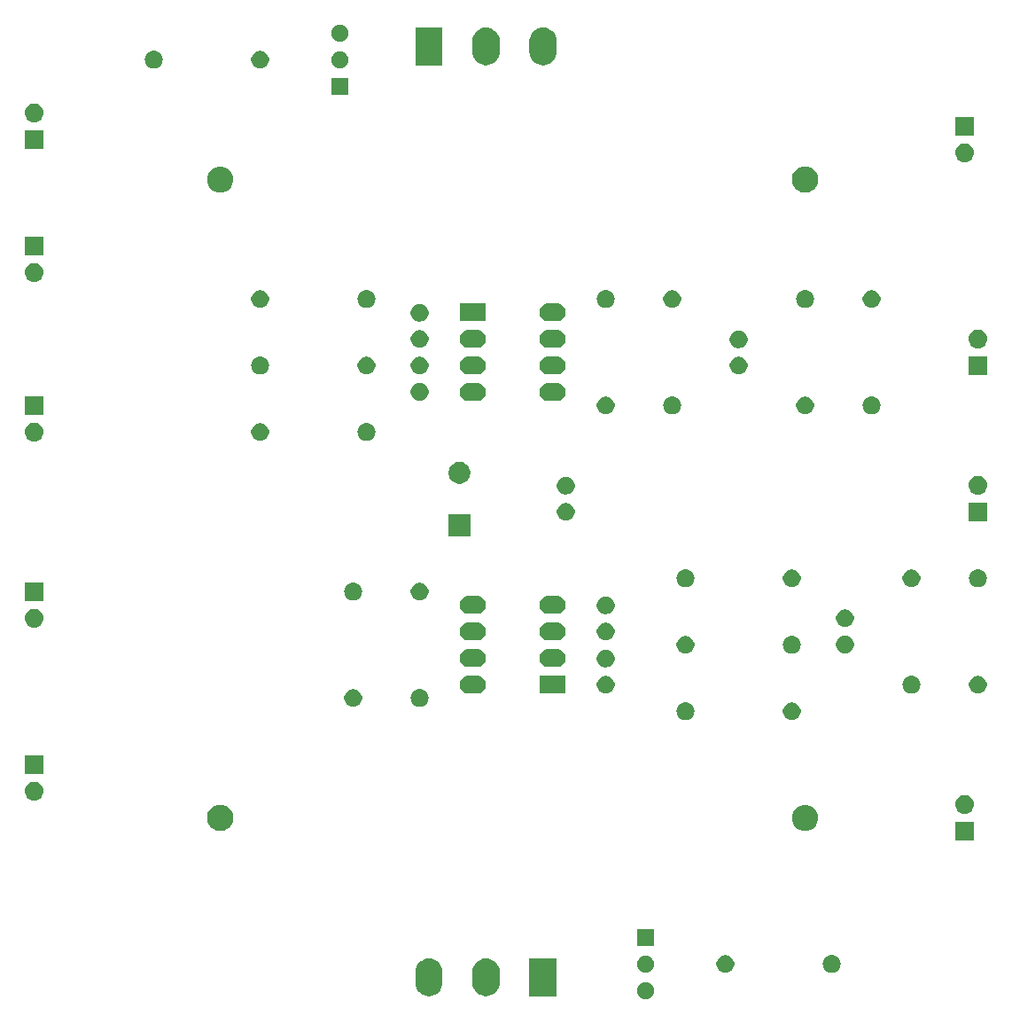
<source format=gts>
G04 #@! TF.GenerationSoftware,KiCad,Pcbnew,5.1.4-5.1.4*
G04 #@! TF.CreationDate,2019-11-01T16:10:20+01:00*
G04 #@! TF.ProjectId,Strom-Senke,5374726f-6d2d-4536-956e-6b652e6b6963,rev?*
G04 #@! TF.SameCoordinates,Original*
G04 #@! TF.FileFunction,Soldermask,Top*
G04 #@! TF.FilePolarity,Negative*
%FSLAX46Y46*%
G04 Gerber Fmt 4.6, Leading zero omitted, Abs format (unit mm)*
G04 Created by KiCad (PCBNEW 5.1.4-5.1.4) date 2019-11-01 16:10:20*
%MOMM*%
%LPD*%
G04 APERTURE LIST*
%ADD10C,0.100000*%
G04 APERTURE END LIST*
D10*
G36*
X179306560Y-133840166D02*
G01*
X179454153Y-133901301D01*
X179586982Y-133990055D01*
X179699945Y-134103018D01*
X179788699Y-134235847D01*
X179849834Y-134383440D01*
X179881000Y-134540123D01*
X179881000Y-134699877D01*
X179849834Y-134856560D01*
X179788699Y-135004153D01*
X179699945Y-135136982D01*
X179586982Y-135249945D01*
X179454153Y-135338699D01*
X179454152Y-135338700D01*
X179454151Y-135338700D01*
X179306560Y-135399834D01*
X179149878Y-135431000D01*
X178990122Y-135431000D01*
X178833440Y-135399834D01*
X178685849Y-135338700D01*
X178685848Y-135338700D01*
X178685847Y-135338699D01*
X178553018Y-135249945D01*
X178440055Y-135136982D01*
X178351301Y-135004153D01*
X178290166Y-134856560D01*
X178259000Y-134699877D01*
X178259000Y-134540123D01*
X178290166Y-134383440D01*
X178351301Y-134235847D01*
X178440055Y-134103018D01*
X178553018Y-133990055D01*
X178685847Y-133901301D01*
X178833440Y-133840166D01*
X178990122Y-133809000D01*
X179149878Y-133809000D01*
X179306560Y-133840166D01*
X179306560Y-133840166D01*
G37*
G36*
X158635040Y-131567825D02*
G01*
X158880280Y-131642218D01*
X158880282Y-131642219D01*
X158945171Y-131676903D01*
X159106294Y-131763025D01*
X159157899Y-131805376D01*
X159304397Y-131925603D01*
X159424624Y-132072101D01*
X159466975Y-132123706D01*
X159587782Y-132349720D01*
X159662175Y-132594960D01*
X159671010Y-132684659D01*
X159681000Y-132786094D01*
X159681000Y-133913906D01*
X159662175Y-134105039D01*
X159587781Y-134350282D01*
X159466976Y-134576293D01*
X159365552Y-134699878D01*
X159304396Y-134774396D01*
X159106293Y-134936975D01*
X158880279Y-135057782D01*
X158635039Y-135132175D01*
X158380000Y-135157294D01*
X158124960Y-135132175D01*
X157879720Y-135057782D01*
X157779383Y-135004151D01*
X157653707Y-134936976D01*
X157455604Y-134774396D01*
X157293026Y-134576294D01*
X157293025Y-134576293D01*
X157172218Y-134350279D01*
X157097825Y-134105039D01*
X157079000Y-133913904D01*
X157079000Y-132786095D01*
X157097825Y-132594960D01*
X157172218Y-132349720D01*
X157189942Y-132316560D01*
X157293024Y-132123707D01*
X157455604Y-131925604D01*
X157569940Y-131831771D01*
X157653707Y-131763025D01*
X157814830Y-131676903D01*
X157879719Y-131642219D01*
X157879721Y-131642218D01*
X158124961Y-131567825D01*
X158380000Y-131542706D01*
X158635040Y-131567825D01*
X158635040Y-131567825D01*
G37*
G36*
X164085040Y-131567825D02*
G01*
X164330280Y-131642218D01*
X164330282Y-131642219D01*
X164395171Y-131676903D01*
X164556294Y-131763025D01*
X164607899Y-131805376D01*
X164754397Y-131925603D01*
X164874624Y-132072101D01*
X164916975Y-132123706D01*
X165037782Y-132349720D01*
X165112175Y-132594960D01*
X165121010Y-132684659D01*
X165131000Y-132786094D01*
X165131000Y-133913906D01*
X165112175Y-134105039D01*
X165037781Y-134350282D01*
X164916976Y-134576293D01*
X164815552Y-134699878D01*
X164754396Y-134774396D01*
X164556293Y-134936975D01*
X164330279Y-135057782D01*
X164085039Y-135132175D01*
X163830000Y-135157294D01*
X163574960Y-135132175D01*
X163329720Y-135057782D01*
X163229383Y-135004151D01*
X163103707Y-134936976D01*
X162905604Y-134774396D01*
X162743026Y-134576294D01*
X162743025Y-134576293D01*
X162622218Y-134350279D01*
X162547825Y-134105039D01*
X162529000Y-133913904D01*
X162529000Y-132786095D01*
X162547825Y-132594960D01*
X162622218Y-132349720D01*
X162639942Y-132316560D01*
X162743024Y-132123707D01*
X162905604Y-131925604D01*
X163019940Y-131831771D01*
X163103707Y-131763025D01*
X163264830Y-131676903D01*
X163329719Y-131642219D01*
X163329721Y-131642218D01*
X163574961Y-131567825D01*
X163830000Y-131542706D01*
X164085040Y-131567825D01*
X164085040Y-131567825D01*
G37*
G36*
X170581000Y-135151000D02*
G01*
X167979000Y-135151000D01*
X167979000Y-131549000D01*
X170581000Y-131549000D01*
X170581000Y-135151000D01*
X170581000Y-135151000D01*
G37*
G36*
X197016823Y-131241313D02*
G01*
X197177242Y-131289976D01*
X197244361Y-131325852D01*
X197325078Y-131368996D01*
X197454659Y-131475341D01*
X197561004Y-131604922D01*
X197561005Y-131604924D01*
X197640024Y-131752758D01*
X197640025Y-131752761D01*
X197649083Y-131782620D01*
X197688687Y-131913177D01*
X197705117Y-132080000D01*
X197688687Y-132246823D01*
X197640024Y-132407242D01*
X197599477Y-132483100D01*
X197561004Y-132555078D01*
X197454659Y-132684659D01*
X197325078Y-132791004D01*
X197325076Y-132791005D01*
X197177242Y-132870024D01*
X197016823Y-132918687D01*
X196891804Y-132931000D01*
X196808196Y-132931000D01*
X196683177Y-132918687D01*
X196522758Y-132870024D01*
X196374924Y-132791005D01*
X196374922Y-132791004D01*
X196245341Y-132684659D01*
X196138996Y-132555078D01*
X196100523Y-132483100D01*
X196059976Y-132407242D01*
X196011313Y-132246823D01*
X195994883Y-132080000D01*
X196011313Y-131913177D01*
X196050917Y-131782620D01*
X196059975Y-131752761D01*
X196059976Y-131752758D01*
X196138995Y-131604924D01*
X196138996Y-131604922D01*
X196245341Y-131475341D01*
X196374922Y-131368996D01*
X196455639Y-131325852D01*
X196522758Y-131289976D01*
X196683177Y-131241313D01*
X196808196Y-131229000D01*
X196891804Y-131229000D01*
X197016823Y-131241313D01*
X197016823Y-131241313D01*
G37*
G36*
X186938228Y-131261703D02*
G01*
X187093100Y-131325853D01*
X187232481Y-131418985D01*
X187351015Y-131537519D01*
X187444147Y-131676900D01*
X187508297Y-131831772D01*
X187541000Y-131996184D01*
X187541000Y-132163816D01*
X187508297Y-132328228D01*
X187444147Y-132483100D01*
X187351015Y-132622481D01*
X187232481Y-132741015D01*
X187093100Y-132834147D01*
X186938228Y-132898297D01*
X186773816Y-132931000D01*
X186606184Y-132931000D01*
X186441772Y-132898297D01*
X186286900Y-132834147D01*
X186147519Y-132741015D01*
X186028985Y-132622481D01*
X185935853Y-132483100D01*
X185871703Y-132328228D01*
X185839000Y-132163816D01*
X185839000Y-131996184D01*
X185871703Y-131831772D01*
X185935853Y-131676900D01*
X186028985Y-131537519D01*
X186147519Y-131418985D01*
X186286900Y-131325853D01*
X186441772Y-131261703D01*
X186606184Y-131229000D01*
X186773816Y-131229000D01*
X186938228Y-131261703D01*
X186938228Y-131261703D01*
G37*
G36*
X179255326Y-131289975D02*
G01*
X179306560Y-131300166D01*
X179454153Y-131361301D01*
X179586982Y-131450055D01*
X179699945Y-131563018D01*
X179727945Y-131604922D01*
X179788700Y-131695849D01*
X179849834Y-131843440D01*
X179881000Y-132000122D01*
X179881000Y-132159878D01*
X179863705Y-132246825D01*
X179849834Y-132316560D01*
X179788699Y-132464153D01*
X179699945Y-132596982D01*
X179586982Y-132709945D01*
X179454153Y-132798699D01*
X179454152Y-132798700D01*
X179454151Y-132798700D01*
X179306560Y-132859834D01*
X179149878Y-132891000D01*
X178990122Y-132891000D01*
X178833440Y-132859834D01*
X178685849Y-132798700D01*
X178685848Y-132798700D01*
X178685847Y-132798699D01*
X178553018Y-132709945D01*
X178440055Y-132596982D01*
X178351301Y-132464153D01*
X178290166Y-132316560D01*
X178276295Y-132246825D01*
X178259000Y-132159878D01*
X178259000Y-132000122D01*
X178290166Y-131843440D01*
X178351300Y-131695849D01*
X178412056Y-131604922D01*
X178440055Y-131563018D01*
X178553018Y-131450055D01*
X178685847Y-131361301D01*
X178833440Y-131300166D01*
X178884674Y-131289975D01*
X178990122Y-131269000D01*
X179149878Y-131269000D01*
X179255326Y-131289975D01*
X179255326Y-131289975D01*
G37*
G36*
X179881000Y-130351000D02*
G01*
X178259000Y-130351000D01*
X178259000Y-128729000D01*
X179881000Y-128729000D01*
X179881000Y-130351000D01*
X179881000Y-130351000D01*
G37*
G36*
X210451000Y-120281000D02*
G01*
X208649000Y-120281000D01*
X208649000Y-118479000D01*
X210451000Y-118479000D01*
X210451000Y-120281000D01*
X210451000Y-120281000D01*
G37*
G36*
X194555239Y-116877101D02*
G01*
X194791053Y-116948634D01*
X195008381Y-117064799D01*
X195198871Y-117221129D01*
X195355201Y-117411619D01*
X195471366Y-117628947D01*
X195542899Y-117864761D01*
X195567053Y-118110000D01*
X195542899Y-118355239D01*
X195471366Y-118591053D01*
X195355201Y-118808381D01*
X195198871Y-118998871D01*
X195008381Y-119155201D01*
X194791053Y-119271366D01*
X194555239Y-119342899D01*
X194371457Y-119361000D01*
X194248543Y-119361000D01*
X194064761Y-119342899D01*
X193828947Y-119271366D01*
X193611619Y-119155201D01*
X193421129Y-118998871D01*
X193264799Y-118808381D01*
X193148634Y-118591053D01*
X193077101Y-118355239D01*
X193052947Y-118110000D01*
X193077101Y-117864761D01*
X193148634Y-117628947D01*
X193264799Y-117411619D01*
X193421129Y-117221129D01*
X193611619Y-117064799D01*
X193828947Y-116948634D01*
X194064761Y-116877101D01*
X194248543Y-116859000D01*
X194371457Y-116859000D01*
X194555239Y-116877101D01*
X194555239Y-116877101D01*
G37*
G36*
X138794903Y-116907075D02*
G01*
X138895236Y-116948634D01*
X139022571Y-117001378D01*
X139227466Y-117138285D01*
X139401715Y-117312534D01*
X139538622Y-117517429D01*
X139632925Y-117745097D01*
X139681000Y-117986787D01*
X139681000Y-118233213D01*
X139632925Y-118474903D01*
X139538622Y-118702571D01*
X139401715Y-118907466D01*
X139227466Y-119081715D01*
X139022571Y-119218622D01*
X139022570Y-119218623D01*
X139022569Y-119218623D01*
X138794903Y-119312925D01*
X138553214Y-119361000D01*
X138306786Y-119361000D01*
X138065097Y-119312925D01*
X137837431Y-119218623D01*
X137837430Y-119218623D01*
X137837429Y-119218622D01*
X137632534Y-119081715D01*
X137458285Y-118907466D01*
X137321378Y-118702571D01*
X137227075Y-118474903D01*
X137179000Y-118233213D01*
X137179000Y-117986787D01*
X137227075Y-117745097D01*
X137321378Y-117517429D01*
X137458285Y-117312534D01*
X137632534Y-117138285D01*
X137837429Y-117001378D01*
X137964765Y-116948634D01*
X138065097Y-116907075D01*
X138306786Y-116859000D01*
X138553214Y-116859000D01*
X138794903Y-116907075D01*
X138794903Y-116907075D01*
G37*
G36*
X209660442Y-115945518D02*
G01*
X209726627Y-115952037D01*
X209896466Y-116003557D01*
X210052991Y-116087222D01*
X210088729Y-116116552D01*
X210190186Y-116199814D01*
X210273448Y-116301271D01*
X210302778Y-116337009D01*
X210386443Y-116493534D01*
X210437963Y-116663373D01*
X210455359Y-116840000D01*
X210437963Y-117016627D01*
X210386443Y-117186466D01*
X210302778Y-117342991D01*
X210273448Y-117378729D01*
X210190186Y-117480186D01*
X210088729Y-117563448D01*
X210052991Y-117592778D01*
X209896466Y-117676443D01*
X209726627Y-117727963D01*
X209660442Y-117734482D01*
X209594260Y-117741000D01*
X209505740Y-117741000D01*
X209439558Y-117734482D01*
X209373373Y-117727963D01*
X209203534Y-117676443D01*
X209047009Y-117592778D01*
X209011271Y-117563448D01*
X208909814Y-117480186D01*
X208826552Y-117378729D01*
X208797222Y-117342991D01*
X208713557Y-117186466D01*
X208662037Y-117016627D01*
X208644641Y-116840000D01*
X208662037Y-116663373D01*
X208713557Y-116493534D01*
X208797222Y-116337009D01*
X208826552Y-116301271D01*
X208909814Y-116199814D01*
X209011271Y-116116552D01*
X209047009Y-116087222D01*
X209203534Y-116003557D01*
X209373373Y-115952037D01*
X209439558Y-115945518D01*
X209505740Y-115939000D01*
X209594260Y-115939000D01*
X209660442Y-115945518D01*
X209660442Y-115945518D01*
G37*
G36*
X120760443Y-114675519D02*
G01*
X120826627Y-114682037D01*
X120996466Y-114733557D01*
X121152991Y-114817222D01*
X121188729Y-114846552D01*
X121290186Y-114929814D01*
X121373448Y-115031271D01*
X121402778Y-115067009D01*
X121486443Y-115223534D01*
X121537963Y-115393373D01*
X121555359Y-115570000D01*
X121537963Y-115746627D01*
X121486443Y-115916466D01*
X121402778Y-116072991D01*
X121373448Y-116108729D01*
X121290186Y-116210186D01*
X121188729Y-116293448D01*
X121152991Y-116322778D01*
X120996466Y-116406443D01*
X120826627Y-116457963D01*
X120760442Y-116464482D01*
X120694260Y-116471000D01*
X120605740Y-116471000D01*
X120539558Y-116464482D01*
X120473373Y-116457963D01*
X120303534Y-116406443D01*
X120147009Y-116322778D01*
X120111271Y-116293448D01*
X120009814Y-116210186D01*
X119926552Y-116108729D01*
X119897222Y-116072991D01*
X119813557Y-115916466D01*
X119762037Y-115746627D01*
X119744641Y-115570000D01*
X119762037Y-115393373D01*
X119813557Y-115223534D01*
X119897222Y-115067009D01*
X119926552Y-115031271D01*
X120009814Y-114929814D01*
X120111271Y-114846552D01*
X120147009Y-114817222D01*
X120303534Y-114733557D01*
X120473373Y-114682037D01*
X120539557Y-114675519D01*
X120605740Y-114669000D01*
X120694260Y-114669000D01*
X120760443Y-114675519D01*
X120760443Y-114675519D01*
G37*
G36*
X121551000Y-113931000D02*
G01*
X119749000Y-113931000D01*
X119749000Y-112129000D01*
X121551000Y-112129000D01*
X121551000Y-113931000D01*
X121551000Y-113931000D01*
G37*
G36*
X193288228Y-107131703D02*
G01*
X193443100Y-107195853D01*
X193582481Y-107288985D01*
X193701015Y-107407519D01*
X193794147Y-107546900D01*
X193858297Y-107701772D01*
X193891000Y-107866184D01*
X193891000Y-108033816D01*
X193858297Y-108198228D01*
X193794147Y-108353100D01*
X193701015Y-108492481D01*
X193582481Y-108611015D01*
X193443100Y-108704147D01*
X193288228Y-108768297D01*
X193123816Y-108801000D01*
X192956184Y-108801000D01*
X192791772Y-108768297D01*
X192636900Y-108704147D01*
X192497519Y-108611015D01*
X192378985Y-108492481D01*
X192285853Y-108353100D01*
X192221703Y-108198228D01*
X192189000Y-108033816D01*
X192189000Y-107866184D01*
X192221703Y-107701772D01*
X192285853Y-107546900D01*
X192378985Y-107407519D01*
X192497519Y-107288985D01*
X192636900Y-107195853D01*
X192791772Y-107131703D01*
X192956184Y-107099000D01*
X193123816Y-107099000D01*
X193288228Y-107131703D01*
X193288228Y-107131703D01*
G37*
G36*
X183046823Y-107111313D02*
G01*
X183207242Y-107159976D01*
X183339906Y-107230886D01*
X183355078Y-107238996D01*
X183484659Y-107345341D01*
X183591004Y-107474922D01*
X183591005Y-107474924D01*
X183670024Y-107622758D01*
X183718687Y-107783177D01*
X183735117Y-107950000D01*
X183718687Y-108116823D01*
X183670024Y-108277242D01*
X183629477Y-108353100D01*
X183591004Y-108425078D01*
X183484659Y-108554659D01*
X183355078Y-108661004D01*
X183355076Y-108661005D01*
X183207242Y-108740024D01*
X183046823Y-108788687D01*
X182921804Y-108801000D01*
X182838196Y-108801000D01*
X182713177Y-108788687D01*
X182552758Y-108740024D01*
X182404924Y-108661005D01*
X182404922Y-108661004D01*
X182275341Y-108554659D01*
X182168996Y-108425078D01*
X182130523Y-108353100D01*
X182089976Y-108277242D01*
X182041313Y-108116823D01*
X182024883Y-107950000D01*
X182041313Y-107783177D01*
X182089976Y-107622758D01*
X182168995Y-107474924D01*
X182168996Y-107474922D01*
X182275341Y-107345341D01*
X182404922Y-107238996D01*
X182420094Y-107230886D01*
X182552758Y-107159976D01*
X182713177Y-107111313D01*
X182838196Y-107099000D01*
X182921804Y-107099000D01*
X183046823Y-107111313D01*
X183046823Y-107111313D01*
G37*
G36*
X157646823Y-105841313D02*
G01*
X157807242Y-105889976D01*
X157939906Y-105960886D01*
X157955078Y-105968996D01*
X158084659Y-106075341D01*
X158191004Y-106204922D01*
X158191005Y-106204924D01*
X158270024Y-106352758D01*
X158318687Y-106513177D01*
X158335117Y-106680000D01*
X158318687Y-106846823D01*
X158270024Y-107007242D01*
X158229477Y-107083100D01*
X158191004Y-107155078D01*
X158084659Y-107284659D01*
X157955078Y-107391004D01*
X157955076Y-107391005D01*
X157807242Y-107470024D01*
X157646823Y-107518687D01*
X157521804Y-107531000D01*
X157438196Y-107531000D01*
X157313177Y-107518687D01*
X157152758Y-107470024D01*
X157004924Y-107391005D01*
X157004922Y-107391004D01*
X156875341Y-107284659D01*
X156768996Y-107155078D01*
X156730523Y-107083100D01*
X156689976Y-107007242D01*
X156641313Y-106846823D01*
X156624883Y-106680000D01*
X156641313Y-106513177D01*
X156689976Y-106352758D01*
X156768995Y-106204924D01*
X156768996Y-106204922D01*
X156875341Y-106075341D01*
X157004922Y-105968996D01*
X157020094Y-105960886D01*
X157152758Y-105889976D01*
X157313177Y-105841313D01*
X157438196Y-105829000D01*
X157521804Y-105829000D01*
X157646823Y-105841313D01*
X157646823Y-105841313D01*
G37*
G36*
X151378228Y-105861703D02*
G01*
X151533100Y-105925853D01*
X151672481Y-106018985D01*
X151791015Y-106137519D01*
X151884147Y-106276900D01*
X151948297Y-106431772D01*
X151981000Y-106596184D01*
X151981000Y-106763816D01*
X151948297Y-106928228D01*
X151884147Y-107083100D01*
X151791015Y-107222481D01*
X151672481Y-107341015D01*
X151533100Y-107434147D01*
X151378228Y-107498297D01*
X151213816Y-107531000D01*
X151046184Y-107531000D01*
X150881772Y-107498297D01*
X150726900Y-107434147D01*
X150587519Y-107341015D01*
X150468985Y-107222481D01*
X150375853Y-107083100D01*
X150311703Y-106928228D01*
X150279000Y-106763816D01*
X150279000Y-106596184D01*
X150311703Y-106431772D01*
X150375853Y-106276900D01*
X150468985Y-106137519D01*
X150587519Y-106018985D01*
X150726900Y-105925853D01*
X150881772Y-105861703D01*
X151046184Y-105829000D01*
X151213816Y-105829000D01*
X151378228Y-105861703D01*
X151378228Y-105861703D01*
G37*
G36*
X175508228Y-104591703D02*
G01*
X175663100Y-104655853D01*
X175802481Y-104748985D01*
X175921015Y-104867519D01*
X176014147Y-105006900D01*
X176078297Y-105161772D01*
X176111000Y-105326184D01*
X176111000Y-105493816D01*
X176078297Y-105658228D01*
X176014147Y-105813100D01*
X175921015Y-105952481D01*
X175802481Y-106071015D01*
X175663100Y-106164147D01*
X175508228Y-106228297D01*
X175343816Y-106261000D01*
X175176184Y-106261000D01*
X175011772Y-106228297D01*
X174856900Y-106164147D01*
X174717519Y-106071015D01*
X174598985Y-105952481D01*
X174505853Y-105813100D01*
X174441703Y-105658228D01*
X174409000Y-105493816D01*
X174409000Y-105326184D01*
X174441703Y-105161772D01*
X174505853Y-105006900D01*
X174598985Y-104867519D01*
X174717519Y-104748985D01*
X174856900Y-104655853D01*
X175011772Y-104591703D01*
X175176184Y-104559000D01*
X175343816Y-104559000D01*
X175508228Y-104591703D01*
X175508228Y-104591703D01*
G37*
G36*
X211068228Y-104591703D02*
G01*
X211223100Y-104655853D01*
X211362481Y-104748985D01*
X211481015Y-104867519D01*
X211574147Y-105006900D01*
X211638297Y-105161772D01*
X211671000Y-105326184D01*
X211671000Y-105493816D01*
X211638297Y-105658228D01*
X211574147Y-105813100D01*
X211481015Y-105952481D01*
X211362481Y-106071015D01*
X211223100Y-106164147D01*
X211068228Y-106228297D01*
X210903816Y-106261000D01*
X210736184Y-106261000D01*
X210571772Y-106228297D01*
X210416900Y-106164147D01*
X210277519Y-106071015D01*
X210158985Y-105952481D01*
X210065853Y-105813100D01*
X210001703Y-105658228D01*
X209969000Y-105493816D01*
X209969000Y-105326184D01*
X210001703Y-105161772D01*
X210065853Y-105006900D01*
X210158985Y-104867519D01*
X210277519Y-104748985D01*
X210416900Y-104655853D01*
X210571772Y-104591703D01*
X210736184Y-104559000D01*
X210903816Y-104559000D01*
X211068228Y-104591703D01*
X211068228Y-104591703D01*
G37*
G36*
X204636823Y-104571313D02*
G01*
X204797242Y-104619976D01*
X204864361Y-104655852D01*
X204945078Y-104698996D01*
X205074659Y-104805341D01*
X205181004Y-104934922D01*
X205181005Y-104934924D01*
X205260024Y-105082758D01*
X205308687Y-105243177D01*
X205325117Y-105410000D01*
X205308687Y-105576823D01*
X205260024Y-105737242D01*
X205219477Y-105813100D01*
X205181004Y-105885078D01*
X205074659Y-106014659D01*
X204945078Y-106121004D01*
X204945076Y-106121005D01*
X204797242Y-106200024D01*
X204636823Y-106248687D01*
X204511804Y-106261000D01*
X204428196Y-106261000D01*
X204303177Y-106248687D01*
X204142758Y-106200024D01*
X203994924Y-106121005D01*
X203994922Y-106121004D01*
X203865341Y-106014659D01*
X203758996Y-105885078D01*
X203720523Y-105813100D01*
X203679976Y-105737242D01*
X203631313Y-105576823D01*
X203614883Y-105410000D01*
X203631313Y-105243177D01*
X203679976Y-105082758D01*
X203758995Y-104934924D01*
X203758996Y-104934922D01*
X203865341Y-104805341D01*
X203994922Y-104698996D01*
X204075639Y-104655852D01*
X204142758Y-104619976D01*
X204303177Y-104571313D01*
X204428196Y-104559000D01*
X204511804Y-104559000D01*
X204636823Y-104571313D01*
X204636823Y-104571313D01*
G37*
G36*
X171431000Y-106261000D02*
G01*
X168929000Y-106261000D01*
X168929000Y-104559000D01*
X171431000Y-104559000D01*
X171431000Y-106261000D01*
X171431000Y-106261000D01*
G37*
G36*
X163126823Y-104571313D02*
G01*
X163287242Y-104619976D01*
X163354361Y-104655852D01*
X163435078Y-104698996D01*
X163564659Y-104805341D01*
X163671004Y-104934922D01*
X163671005Y-104934924D01*
X163750024Y-105082758D01*
X163798687Y-105243177D01*
X163815117Y-105410000D01*
X163798687Y-105576823D01*
X163750024Y-105737242D01*
X163709477Y-105813100D01*
X163671004Y-105885078D01*
X163564659Y-106014659D01*
X163435078Y-106121004D01*
X163435076Y-106121005D01*
X163287242Y-106200024D01*
X163126823Y-106248687D01*
X163001804Y-106261000D01*
X162118196Y-106261000D01*
X161993177Y-106248687D01*
X161832758Y-106200024D01*
X161684924Y-106121005D01*
X161684922Y-106121004D01*
X161555341Y-106014659D01*
X161448996Y-105885078D01*
X161410523Y-105813100D01*
X161369976Y-105737242D01*
X161321313Y-105576823D01*
X161304883Y-105410000D01*
X161321313Y-105243177D01*
X161369976Y-105082758D01*
X161448995Y-104934924D01*
X161448996Y-104934922D01*
X161555341Y-104805341D01*
X161684922Y-104698996D01*
X161765639Y-104655852D01*
X161832758Y-104619976D01*
X161993177Y-104571313D01*
X162118196Y-104559000D01*
X163001804Y-104559000D01*
X163126823Y-104571313D01*
X163126823Y-104571313D01*
G37*
G36*
X175508228Y-102091703D02*
G01*
X175663100Y-102155853D01*
X175802481Y-102248985D01*
X175921015Y-102367519D01*
X176014147Y-102506900D01*
X176078297Y-102661772D01*
X176111000Y-102826184D01*
X176111000Y-102993816D01*
X176078297Y-103158228D01*
X176014147Y-103313100D01*
X175921015Y-103452481D01*
X175802481Y-103571015D01*
X175663100Y-103664147D01*
X175508228Y-103728297D01*
X175343816Y-103761000D01*
X175176184Y-103761000D01*
X175011772Y-103728297D01*
X174856900Y-103664147D01*
X174717519Y-103571015D01*
X174598985Y-103452481D01*
X174505853Y-103313100D01*
X174441703Y-103158228D01*
X174409000Y-102993816D01*
X174409000Y-102826184D01*
X174441703Y-102661772D01*
X174505853Y-102506900D01*
X174598985Y-102367519D01*
X174717519Y-102248985D01*
X174856900Y-102155853D01*
X175011772Y-102091703D01*
X175176184Y-102059000D01*
X175343816Y-102059000D01*
X175508228Y-102091703D01*
X175508228Y-102091703D01*
G37*
G36*
X163126823Y-102031313D02*
G01*
X163287242Y-102079976D01*
X163419906Y-102150886D01*
X163435078Y-102158996D01*
X163564659Y-102265341D01*
X163671004Y-102394922D01*
X163671005Y-102394924D01*
X163750024Y-102542758D01*
X163798687Y-102703177D01*
X163815117Y-102870000D01*
X163798687Y-103036823D01*
X163750024Y-103197242D01*
X163679114Y-103329906D01*
X163671004Y-103345078D01*
X163564659Y-103474659D01*
X163435078Y-103581004D01*
X163435076Y-103581005D01*
X163287242Y-103660024D01*
X163287239Y-103660025D01*
X163273647Y-103664148D01*
X163126823Y-103708687D01*
X163001804Y-103721000D01*
X162118196Y-103721000D01*
X161993177Y-103708687D01*
X161846353Y-103664148D01*
X161832761Y-103660025D01*
X161832758Y-103660024D01*
X161684924Y-103581005D01*
X161684922Y-103581004D01*
X161555341Y-103474659D01*
X161448996Y-103345078D01*
X161440886Y-103329906D01*
X161369976Y-103197242D01*
X161321313Y-103036823D01*
X161304883Y-102870000D01*
X161321313Y-102703177D01*
X161369976Y-102542758D01*
X161448995Y-102394924D01*
X161448996Y-102394922D01*
X161555341Y-102265341D01*
X161684922Y-102158996D01*
X161700094Y-102150886D01*
X161832758Y-102079976D01*
X161993177Y-102031313D01*
X162118196Y-102019000D01*
X163001804Y-102019000D01*
X163126823Y-102031313D01*
X163126823Y-102031313D01*
G37*
G36*
X170746823Y-102031313D02*
G01*
X170907242Y-102079976D01*
X171039906Y-102150886D01*
X171055078Y-102158996D01*
X171184659Y-102265341D01*
X171291004Y-102394922D01*
X171291005Y-102394924D01*
X171370024Y-102542758D01*
X171418687Y-102703177D01*
X171435117Y-102870000D01*
X171418687Y-103036823D01*
X171370024Y-103197242D01*
X171299114Y-103329906D01*
X171291004Y-103345078D01*
X171184659Y-103474659D01*
X171055078Y-103581004D01*
X171055076Y-103581005D01*
X170907242Y-103660024D01*
X170907239Y-103660025D01*
X170893647Y-103664148D01*
X170746823Y-103708687D01*
X170621804Y-103721000D01*
X169738196Y-103721000D01*
X169613177Y-103708687D01*
X169466353Y-103664148D01*
X169452761Y-103660025D01*
X169452758Y-103660024D01*
X169304924Y-103581005D01*
X169304922Y-103581004D01*
X169175341Y-103474659D01*
X169068996Y-103345078D01*
X169060886Y-103329906D01*
X168989976Y-103197242D01*
X168941313Y-103036823D01*
X168924883Y-102870000D01*
X168941313Y-102703177D01*
X168989976Y-102542758D01*
X169068995Y-102394924D01*
X169068996Y-102394922D01*
X169175341Y-102265341D01*
X169304922Y-102158996D01*
X169320094Y-102150886D01*
X169452758Y-102079976D01*
X169613177Y-102031313D01*
X169738196Y-102019000D01*
X170621804Y-102019000D01*
X170746823Y-102031313D01*
X170746823Y-102031313D01*
G37*
G36*
X193206823Y-100761313D02*
G01*
X193337380Y-100800917D01*
X193353651Y-100805853D01*
X193367242Y-100809976D01*
X193499906Y-100880886D01*
X193515078Y-100888996D01*
X193644659Y-100995341D01*
X193751004Y-101124922D01*
X193751005Y-101124924D01*
X193830024Y-101272758D01*
X193878687Y-101433177D01*
X193895117Y-101600000D01*
X193878687Y-101766823D01*
X193830024Y-101927242D01*
X193789477Y-102003100D01*
X193751004Y-102075078D01*
X193644659Y-102204659D01*
X193515078Y-102311004D01*
X193515076Y-102311005D01*
X193367242Y-102390024D01*
X193206823Y-102438687D01*
X193081804Y-102451000D01*
X192998196Y-102451000D01*
X192873177Y-102438687D01*
X192712758Y-102390024D01*
X192564924Y-102311005D01*
X192564922Y-102311004D01*
X192435341Y-102204659D01*
X192328996Y-102075078D01*
X192290523Y-102003100D01*
X192249976Y-101927242D01*
X192201313Y-101766823D01*
X192184883Y-101600000D01*
X192201313Y-101433177D01*
X192249976Y-101272758D01*
X192328995Y-101124924D01*
X192328996Y-101124922D01*
X192435341Y-100995341D01*
X192564922Y-100888996D01*
X192580094Y-100880886D01*
X192712758Y-100809976D01*
X192726350Y-100805853D01*
X192742620Y-100800917D01*
X192873177Y-100761313D01*
X192998196Y-100749000D01*
X193081804Y-100749000D01*
X193206823Y-100761313D01*
X193206823Y-100761313D01*
G37*
G36*
X183128228Y-100781703D02*
G01*
X183283100Y-100845853D01*
X183422481Y-100938985D01*
X183541015Y-101057519D01*
X183634147Y-101196900D01*
X183698297Y-101351772D01*
X183731000Y-101516184D01*
X183731000Y-101683816D01*
X183698297Y-101848228D01*
X183634147Y-102003100D01*
X183541015Y-102142481D01*
X183422481Y-102261015D01*
X183283100Y-102354147D01*
X183128228Y-102418297D01*
X182963816Y-102451000D01*
X182796184Y-102451000D01*
X182631772Y-102418297D01*
X182476900Y-102354147D01*
X182337519Y-102261015D01*
X182218985Y-102142481D01*
X182125853Y-102003100D01*
X182061703Y-101848228D01*
X182029000Y-101683816D01*
X182029000Y-101516184D01*
X182061703Y-101351772D01*
X182125853Y-101196900D01*
X182218985Y-101057519D01*
X182337519Y-100938985D01*
X182476900Y-100845853D01*
X182631772Y-100781703D01*
X182796184Y-100749000D01*
X182963816Y-100749000D01*
X183128228Y-100781703D01*
X183128228Y-100781703D01*
G37*
G36*
X198368228Y-100741703D02*
G01*
X198523100Y-100805853D01*
X198662481Y-100898985D01*
X198781015Y-101017519D01*
X198874147Y-101156900D01*
X198938297Y-101311772D01*
X198971000Y-101476184D01*
X198971000Y-101643816D01*
X198938297Y-101808228D01*
X198874147Y-101963100D01*
X198781015Y-102102481D01*
X198662481Y-102221015D01*
X198523100Y-102314147D01*
X198368228Y-102378297D01*
X198203816Y-102411000D01*
X198036184Y-102411000D01*
X197871772Y-102378297D01*
X197716900Y-102314147D01*
X197577519Y-102221015D01*
X197458985Y-102102481D01*
X197365853Y-101963100D01*
X197301703Y-101808228D01*
X197269000Y-101643816D01*
X197269000Y-101476184D01*
X197301703Y-101311772D01*
X197365853Y-101156900D01*
X197458985Y-101017519D01*
X197577519Y-100898985D01*
X197716900Y-100805853D01*
X197871772Y-100741703D01*
X198036184Y-100709000D01*
X198203816Y-100709000D01*
X198368228Y-100741703D01*
X198368228Y-100741703D01*
G37*
G36*
X175508228Y-99511703D02*
G01*
X175663100Y-99575853D01*
X175802481Y-99668985D01*
X175921015Y-99787519D01*
X176014147Y-99926900D01*
X176078297Y-100081772D01*
X176111000Y-100246184D01*
X176111000Y-100413816D01*
X176078297Y-100578228D01*
X176014147Y-100733100D01*
X175921015Y-100872481D01*
X175802481Y-100991015D01*
X175663100Y-101084147D01*
X175508228Y-101148297D01*
X175343816Y-101181000D01*
X175176184Y-101181000D01*
X175011772Y-101148297D01*
X174856900Y-101084147D01*
X174717519Y-100991015D01*
X174598985Y-100872481D01*
X174505853Y-100733100D01*
X174441703Y-100578228D01*
X174409000Y-100413816D01*
X174409000Y-100246184D01*
X174441703Y-100081772D01*
X174505853Y-99926900D01*
X174598985Y-99787519D01*
X174717519Y-99668985D01*
X174856900Y-99575853D01*
X175011772Y-99511703D01*
X175176184Y-99479000D01*
X175343816Y-99479000D01*
X175508228Y-99511703D01*
X175508228Y-99511703D01*
G37*
G36*
X163126823Y-99491313D02*
G01*
X163287242Y-99539976D01*
X163419906Y-99610886D01*
X163435078Y-99618996D01*
X163564659Y-99725341D01*
X163671004Y-99854922D01*
X163671005Y-99854924D01*
X163750024Y-100002758D01*
X163798687Y-100163177D01*
X163815117Y-100330000D01*
X163798687Y-100496823D01*
X163750024Y-100657242D01*
X163700978Y-100749000D01*
X163671004Y-100805078D01*
X163564659Y-100934659D01*
X163435078Y-101041004D01*
X163435076Y-101041005D01*
X163287242Y-101120024D01*
X163126823Y-101168687D01*
X163001804Y-101181000D01*
X162118196Y-101181000D01*
X161993177Y-101168687D01*
X161832758Y-101120024D01*
X161684924Y-101041005D01*
X161684922Y-101041004D01*
X161555341Y-100934659D01*
X161448996Y-100805078D01*
X161419022Y-100749000D01*
X161369976Y-100657242D01*
X161321313Y-100496823D01*
X161304883Y-100330000D01*
X161321313Y-100163177D01*
X161369976Y-100002758D01*
X161448995Y-99854924D01*
X161448996Y-99854922D01*
X161555341Y-99725341D01*
X161684922Y-99618996D01*
X161700094Y-99610886D01*
X161832758Y-99539976D01*
X161993177Y-99491313D01*
X162118196Y-99479000D01*
X163001804Y-99479000D01*
X163126823Y-99491313D01*
X163126823Y-99491313D01*
G37*
G36*
X170746823Y-99491313D02*
G01*
X170907242Y-99539976D01*
X171039906Y-99610886D01*
X171055078Y-99618996D01*
X171184659Y-99725341D01*
X171291004Y-99854922D01*
X171291005Y-99854924D01*
X171370024Y-100002758D01*
X171418687Y-100163177D01*
X171435117Y-100330000D01*
X171418687Y-100496823D01*
X171370024Y-100657242D01*
X171320978Y-100749000D01*
X171291004Y-100805078D01*
X171184659Y-100934659D01*
X171055078Y-101041004D01*
X171055076Y-101041005D01*
X170907242Y-101120024D01*
X170746823Y-101168687D01*
X170621804Y-101181000D01*
X169738196Y-101181000D01*
X169613177Y-101168687D01*
X169452758Y-101120024D01*
X169304924Y-101041005D01*
X169304922Y-101041004D01*
X169175341Y-100934659D01*
X169068996Y-100805078D01*
X169039022Y-100749000D01*
X168989976Y-100657242D01*
X168941313Y-100496823D01*
X168924883Y-100330000D01*
X168941313Y-100163177D01*
X168989976Y-100002758D01*
X169068995Y-99854924D01*
X169068996Y-99854922D01*
X169175341Y-99725341D01*
X169304922Y-99618996D01*
X169320094Y-99610886D01*
X169452758Y-99539976D01*
X169613177Y-99491313D01*
X169738196Y-99479000D01*
X170621804Y-99479000D01*
X170746823Y-99491313D01*
X170746823Y-99491313D01*
G37*
G36*
X120760443Y-98165519D02*
G01*
X120826627Y-98172037D01*
X120996466Y-98223557D01*
X121152991Y-98307222D01*
X121188729Y-98336552D01*
X121290186Y-98419814D01*
X121370369Y-98517519D01*
X121402778Y-98557009D01*
X121486443Y-98713534D01*
X121537963Y-98883373D01*
X121555359Y-99060000D01*
X121537963Y-99236627D01*
X121486443Y-99406466D01*
X121402778Y-99562991D01*
X121392223Y-99575852D01*
X121290186Y-99700186D01*
X121188729Y-99783448D01*
X121152991Y-99812778D01*
X120996466Y-99896443D01*
X120826627Y-99947963D01*
X120760443Y-99954481D01*
X120694260Y-99961000D01*
X120605740Y-99961000D01*
X120539557Y-99954481D01*
X120473373Y-99947963D01*
X120303534Y-99896443D01*
X120147009Y-99812778D01*
X120111271Y-99783448D01*
X120009814Y-99700186D01*
X119907777Y-99575852D01*
X119897222Y-99562991D01*
X119813557Y-99406466D01*
X119762037Y-99236627D01*
X119744641Y-99060000D01*
X119762037Y-98883373D01*
X119813557Y-98713534D01*
X119897222Y-98557009D01*
X119929631Y-98517519D01*
X120009814Y-98419814D01*
X120111271Y-98336552D01*
X120147009Y-98307222D01*
X120303534Y-98223557D01*
X120473373Y-98172037D01*
X120539557Y-98165519D01*
X120605740Y-98159000D01*
X120694260Y-98159000D01*
X120760443Y-98165519D01*
X120760443Y-98165519D01*
G37*
G36*
X198368228Y-98241703D02*
G01*
X198523100Y-98305853D01*
X198662481Y-98398985D01*
X198781015Y-98517519D01*
X198874147Y-98656900D01*
X198938297Y-98811772D01*
X198971000Y-98976184D01*
X198971000Y-99143816D01*
X198938297Y-99308228D01*
X198874147Y-99463100D01*
X198781015Y-99602481D01*
X198662481Y-99721015D01*
X198523100Y-99814147D01*
X198368228Y-99878297D01*
X198203816Y-99911000D01*
X198036184Y-99911000D01*
X197871772Y-99878297D01*
X197716900Y-99814147D01*
X197577519Y-99721015D01*
X197458985Y-99602481D01*
X197365853Y-99463100D01*
X197301703Y-99308228D01*
X197269000Y-99143816D01*
X197269000Y-98976184D01*
X197301703Y-98811772D01*
X197365853Y-98656900D01*
X197458985Y-98517519D01*
X197577519Y-98398985D01*
X197716900Y-98305853D01*
X197871772Y-98241703D01*
X198036184Y-98209000D01*
X198203816Y-98209000D01*
X198368228Y-98241703D01*
X198368228Y-98241703D01*
G37*
G36*
X175508228Y-97011703D02*
G01*
X175663100Y-97075853D01*
X175802481Y-97168985D01*
X175921015Y-97287519D01*
X176014147Y-97426900D01*
X176078297Y-97581772D01*
X176111000Y-97746184D01*
X176111000Y-97913816D01*
X176078297Y-98078228D01*
X176014147Y-98233100D01*
X175921015Y-98372481D01*
X175802481Y-98491015D01*
X175663100Y-98584147D01*
X175508228Y-98648297D01*
X175343816Y-98681000D01*
X175176184Y-98681000D01*
X175011772Y-98648297D01*
X174856900Y-98584147D01*
X174717519Y-98491015D01*
X174598985Y-98372481D01*
X174505853Y-98233100D01*
X174441703Y-98078228D01*
X174409000Y-97913816D01*
X174409000Y-97746184D01*
X174441703Y-97581772D01*
X174505853Y-97426900D01*
X174598985Y-97287519D01*
X174717519Y-97168985D01*
X174856900Y-97075853D01*
X175011772Y-97011703D01*
X175176184Y-96979000D01*
X175343816Y-96979000D01*
X175508228Y-97011703D01*
X175508228Y-97011703D01*
G37*
G36*
X163126823Y-96951313D02*
G01*
X163287242Y-96999976D01*
X163419906Y-97070886D01*
X163435078Y-97078996D01*
X163564659Y-97185341D01*
X163671004Y-97314922D01*
X163671005Y-97314924D01*
X163750024Y-97462758D01*
X163798687Y-97623177D01*
X163815117Y-97790000D01*
X163798687Y-97956823D01*
X163750024Y-98117242D01*
X163683498Y-98241703D01*
X163671004Y-98265078D01*
X163564659Y-98394659D01*
X163435078Y-98501004D01*
X163435076Y-98501005D01*
X163287242Y-98580024D01*
X163287239Y-98580025D01*
X163273647Y-98584148D01*
X163126823Y-98628687D01*
X163001804Y-98641000D01*
X162118196Y-98641000D01*
X161993177Y-98628687D01*
X161846353Y-98584148D01*
X161832761Y-98580025D01*
X161832758Y-98580024D01*
X161684924Y-98501005D01*
X161684922Y-98501004D01*
X161555341Y-98394659D01*
X161448996Y-98265078D01*
X161436502Y-98241703D01*
X161369976Y-98117242D01*
X161321313Y-97956823D01*
X161304883Y-97790000D01*
X161321313Y-97623177D01*
X161369976Y-97462758D01*
X161448995Y-97314924D01*
X161448996Y-97314922D01*
X161555341Y-97185341D01*
X161684922Y-97078996D01*
X161700094Y-97070886D01*
X161832758Y-96999976D01*
X161993177Y-96951313D01*
X162118196Y-96939000D01*
X163001804Y-96939000D01*
X163126823Y-96951313D01*
X163126823Y-96951313D01*
G37*
G36*
X170746823Y-96951313D02*
G01*
X170907242Y-96999976D01*
X171039906Y-97070886D01*
X171055078Y-97078996D01*
X171184659Y-97185341D01*
X171291004Y-97314922D01*
X171291005Y-97314924D01*
X171370024Y-97462758D01*
X171418687Y-97623177D01*
X171435117Y-97790000D01*
X171418687Y-97956823D01*
X171370024Y-98117242D01*
X171303498Y-98241703D01*
X171291004Y-98265078D01*
X171184659Y-98394659D01*
X171055078Y-98501004D01*
X171055076Y-98501005D01*
X170907242Y-98580024D01*
X170907239Y-98580025D01*
X170893647Y-98584148D01*
X170746823Y-98628687D01*
X170621804Y-98641000D01*
X169738196Y-98641000D01*
X169613177Y-98628687D01*
X169466353Y-98584148D01*
X169452761Y-98580025D01*
X169452758Y-98580024D01*
X169304924Y-98501005D01*
X169304922Y-98501004D01*
X169175341Y-98394659D01*
X169068996Y-98265078D01*
X169056502Y-98241703D01*
X168989976Y-98117242D01*
X168941313Y-97956823D01*
X168924883Y-97790000D01*
X168941313Y-97623177D01*
X168989976Y-97462758D01*
X169068995Y-97314924D01*
X169068996Y-97314922D01*
X169175341Y-97185341D01*
X169304922Y-97078996D01*
X169320094Y-97070886D01*
X169452758Y-96999976D01*
X169613177Y-96951313D01*
X169738196Y-96939000D01*
X170621804Y-96939000D01*
X170746823Y-96951313D01*
X170746823Y-96951313D01*
G37*
G36*
X121551000Y-97421000D02*
G01*
X119749000Y-97421000D01*
X119749000Y-95619000D01*
X121551000Y-95619000D01*
X121551000Y-97421000D01*
X121551000Y-97421000D01*
G37*
G36*
X157728228Y-95701703D02*
G01*
X157883100Y-95765853D01*
X158022481Y-95858985D01*
X158141015Y-95977519D01*
X158234147Y-96116900D01*
X158298297Y-96271772D01*
X158331000Y-96436184D01*
X158331000Y-96603816D01*
X158298297Y-96768228D01*
X158234147Y-96923100D01*
X158141015Y-97062481D01*
X158022481Y-97181015D01*
X157883100Y-97274147D01*
X157728228Y-97338297D01*
X157563816Y-97371000D01*
X157396184Y-97371000D01*
X157231772Y-97338297D01*
X157076900Y-97274147D01*
X156937519Y-97181015D01*
X156818985Y-97062481D01*
X156725853Y-96923100D01*
X156661703Y-96768228D01*
X156629000Y-96603816D01*
X156629000Y-96436184D01*
X156661703Y-96271772D01*
X156725853Y-96116900D01*
X156818985Y-95977519D01*
X156937519Y-95858985D01*
X157076900Y-95765853D01*
X157231772Y-95701703D01*
X157396184Y-95669000D01*
X157563816Y-95669000D01*
X157728228Y-95701703D01*
X157728228Y-95701703D01*
G37*
G36*
X151296823Y-95681313D02*
G01*
X151457242Y-95729976D01*
X151589906Y-95800886D01*
X151605078Y-95808996D01*
X151734659Y-95915341D01*
X151841004Y-96044922D01*
X151841005Y-96044924D01*
X151920024Y-96192758D01*
X151968687Y-96353177D01*
X151985117Y-96520000D01*
X151968687Y-96686823D01*
X151920024Y-96847242D01*
X151879477Y-96923100D01*
X151841004Y-96995078D01*
X151734659Y-97124659D01*
X151605078Y-97231004D01*
X151605076Y-97231005D01*
X151457242Y-97310024D01*
X151296823Y-97358687D01*
X151171804Y-97371000D01*
X151088196Y-97371000D01*
X150963177Y-97358687D01*
X150802758Y-97310024D01*
X150654924Y-97231005D01*
X150654922Y-97231004D01*
X150525341Y-97124659D01*
X150418996Y-96995078D01*
X150380523Y-96923100D01*
X150339976Y-96847242D01*
X150291313Y-96686823D01*
X150274883Y-96520000D01*
X150291313Y-96353177D01*
X150339976Y-96192758D01*
X150418995Y-96044924D01*
X150418996Y-96044922D01*
X150525341Y-95915341D01*
X150654922Y-95808996D01*
X150670094Y-95800886D01*
X150802758Y-95729976D01*
X150963177Y-95681313D01*
X151088196Y-95669000D01*
X151171804Y-95669000D01*
X151296823Y-95681313D01*
X151296823Y-95681313D01*
G37*
G36*
X193288228Y-94431703D02*
G01*
X193443100Y-94495853D01*
X193582481Y-94588985D01*
X193701015Y-94707519D01*
X193794147Y-94846900D01*
X193858297Y-95001772D01*
X193891000Y-95166184D01*
X193891000Y-95333816D01*
X193858297Y-95498228D01*
X193794147Y-95653100D01*
X193701015Y-95792481D01*
X193582481Y-95911015D01*
X193443100Y-96004147D01*
X193288228Y-96068297D01*
X193123816Y-96101000D01*
X192956184Y-96101000D01*
X192791772Y-96068297D01*
X192636900Y-96004147D01*
X192497519Y-95911015D01*
X192378985Y-95792481D01*
X192285853Y-95653100D01*
X192221703Y-95498228D01*
X192189000Y-95333816D01*
X192189000Y-95166184D01*
X192221703Y-95001772D01*
X192285853Y-94846900D01*
X192378985Y-94707519D01*
X192497519Y-94588985D01*
X192636900Y-94495853D01*
X192791772Y-94431703D01*
X192956184Y-94399000D01*
X193123816Y-94399000D01*
X193288228Y-94431703D01*
X193288228Y-94431703D01*
G37*
G36*
X183046823Y-94411313D02*
G01*
X183207242Y-94459976D01*
X183274361Y-94495852D01*
X183355078Y-94538996D01*
X183484659Y-94645341D01*
X183591004Y-94774922D01*
X183591005Y-94774924D01*
X183670024Y-94922758D01*
X183718687Y-95083177D01*
X183735117Y-95250000D01*
X183718687Y-95416823D01*
X183670024Y-95577242D01*
X183629477Y-95653100D01*
X183591004Y-95725078D01*
X183484659Y-95854659D01*
X183355078Y-95961004D01*
X183355076Y-95961005D01*
X183207242Y-96040024D01*
X183046823Y-96088687D01*
X182921804Y-96101000D01*
X182838196Y-96101000D01*
X182713177Y-96088687D01*
X182552758Y-96040024D01*
X182404924Y-95961005D01*
X182404922Y-95961004D01*
X182275341Y-95854659D01*
X182168996Y-95725078D01*
X182130523Y-95653100D01*
X182089976Y-95577242D01*
X182041313Y-95416823D01*
X182024883Y-95250000D01*
X182041313Y-95083177D01*
X182089976Y-94922758D01*
X182168995Y-94774924D01*
X182168996Y-94774922D01*
X182275341Y-94645341D01*
X182404922Y-94538996D01*
X182485639Y-94495852D01*
X182552758Y-94459976D01*
X182713177Y-94411313D01*
X182838196Y-94399000D01*
X182921804Y-94399000D01*
X183046823Y-94411313D01*
X183046823Y-94411313D01*
G37*
G36*
X204718228Y-94431703D02*
G01*
X204873100Y-94495853D01*
X205012481Y-94588985D01*
X205131015Y-94707519D01*
X205224147Y-94846900D01*
X205288297Y-95001772D01*
X205321000Y-95166184D01*
X205321000Y-95333816D01*
X205288297Y-95498228D01*
X205224147Y-95653100D01*
X205131015Y-95792481D01*
X205012481Y-95911015D01*
X204873100Y-96004147D01*
X204718228Y-96068297D01*
X204553816Y-96101000D01*
X204386184Y-96101000D01*
X204221772Y-96068297D01*
X204066900Y-96004147D01*
X203927519Y-95911015D01*
X203808985Y-95792481D01*
X203715853Y-95653100D01*
X203651703Y-95498228D01*
X203619000Y-95333816D01*
X203619000Y-95166184D01*
X203651703Y-95001772D01*
X203715853Y-94846900D01*
X203808985Y-94707519D01*
X203927519Y-94588985D01*
X204066900Y-94495853D01*
X204221772Y-94431703D01*
X204386184Y-94399000D01*
X204553816Y-94399000D01*
X204718228Y-94431703D01*
X204718228Y-94431703D01*
G37*
G36*
X210986823Y-94411313D02*
G01*
X211147242Y-94459976D01*
X211214361Y-94495852D01*
X211295078Y-94538996D01*
X211424659Y-94645341D01*
X211531004Y-94774922D01*
X211531005Y-94774924D01*
X211610024Y-94922758D01*
X211658687Y-95083177D01*
X211675117Y-95250000D01*
X211658687Y-95416823D01*
X211610024Y-95577242D01*
X211569477Y-95653100D01*
X211531004Y-95725078D01*
X211424659Y-95854659D01*
X211295078Y-95961004D01*
X211295076Y-95961005D01*
X211147242Y-96040024D01*
X210986823Y-96088687D01*
X210861804Y-96101000D01*
X210778196Y-96101000D01*
X210653177Y-96088687D01*
X210492758Y-96040024D01*
X210344924Y-95961005D01*
X210344922Y-95961004D01*
X210215341Y-95854659D01*
X210108996Y-95725078D01*
X210070523Y-95653100D01*
X210029976Y-95577242D01*
X209981313Y-95416823D01*
X209964883Y-95250000D01*
X209981313Y-95083177D01*
X210029976Y-94922758D01*
X210108995Y-94774924D01*
X210108996Y-94774922D01*
X210215341Y-94645341D01*
X210344922Y-94538996D01*
X210425639Y-94495852D01*
X210492758Y-94459976D01*
X210653177Y-94411313D01*
X210778196Y-94399000D01*
X210861804Y-94399000D01*
X210986823Y-94411313D01*
X210986823Y-94411313D01*
G37*
G36*
X162341000Y-91221000D02*
G01*
X160239000Y-91221000D01*
X160239000Y-89119000D01*
X162341000Y-89119000D01*
X162341000Y-91221000D01*
X162341000Y-91221000D01*
G37*
G36*
X211721000Y-89801000D02*
G01*
X209919000Y-89801000D01*
X209919000Y-87999000D01*
X211721000Y-87999000D01*
X211721000Y-89801000D01*
X211721000Y-89801000D01*
G37*
G36*
X171698228Y-88081703D02*
G01*
X171853100Y-88145853D01*
X171992481Y-88238985D01*
X172111015Y-88357519D01*
X172204147Y-88496900D01*
X172268297Y-88651772D01*
X172301000Y-88816184D01*
X172301000Y-88983816D01*
X172268297Y-89148228D01*
X172204147Y-89303100D01*
X172111015Y-89442481D01*
X171992481Y-89561015D01*
X171853100Y-89654147D01*
X171698228Y-89718297D01*
X171533816Y-89751000D01*
X171366184Y-89751000D01*
X171201772Y-89718297D01*
X171046900Y-89654147D01*
X170907519Y-89561015D01*
X170788985Y-89442481D01*
X170695853Y-89303100D01*
X170631703Y-89148228D01*
X170599000Y-88983816D01*
X170599000Y-88816184D01*
X170631703Y-88651772D01*
X170695853Y-88496900D01*
X170788985Y-88357519D01*
X170907519Y-88238985D01*
X171046900Y-88145853D01*
X171201772Y-88081703D01*
X171366184Y-88049000D01*
X171533816Y-88049000D01*
X171698228Y-88081703D01*
X171698228Y-88081703D01*
G37*
G36*
X210930442Y-85465518D02*
G01*
X210996627Y-85472037D01*
X211166466Y-85523557D01*
X211322991Y-85607222D01*
X211358729Y-85636552D01*
X211460186Y-85719814D01*
X211543448Y-85821271D01*
X211572778Y-85857009D01*
X211572779Y-85857011D01*
X211647554Y-85996903D01*
X211656443Y-86013534D01*
X211707963Y-86183373D01*
X211725359Y-86360000D01*
X211707963Y-86536627D01*
X211656443Y-86706466D01*
X211572778Y-86862991D01*
X211543448Y-86898729D01*
X211460186Y-87000186D01*
X211358729Y-87083448D01*
X211322991Y-87112778D01*
X211166466Y-87196443D01*
X210996627Y-87247963D01*
X210930442Y-87254482D01*
X210864260Y-87261000D01*
X210775740Y-87261000D01*
X210709558Y-87254482D01*
X210643373Y-87247963D01*
X210473534Y-87196443D01*
X210317009Y-87112778D01*
X210281271Y-87083448D01*
X210179814Y-87000186D01*
X210096552Y-86898729D01*
X210067222Y-86862991D01*
X209983557Y-86706466D01*
X209932037Y-86536627D01*
X209914641Y-86360000D01*
X209932037Y-86183373D01*
X209983557Y-86013534D01*
X209992447Y-85996903D01*
X210067221Y-85857011D01*
X210067222Y-85857009D01*
X210096552Y-85821271D01*
X210179814Y-85719814D01*
X210281271Y-85636552D01*
X210317009Y-85607222D01*
X210473534Y-85523557D01*
X210643373Y-85472037D01*
X210709558Y-85465518D01*
X210775740Y-85459000D01*
X210864260Y-85459000D01*
X210930442Y-85465518D01*
X210930442Y-85465518D01*
G37*
G36*
X171698228Y-85581703D02*
G01*
X171853100Y-85645853D01*
X171992481Y-85738985D01*
X172111015Y-85857519D01*
X172204147Y-85996900D01*
X172268297Y-86151772D01*
X172301000Y-86316184D01*
X172301000Y-86483816D01*
X172268297Y-86648228D01*
X172204147Y-86803100D01*
X172111015Y-86942481D01*
X171992481Y-87061015D01*
X171853100Y-87154147D01*
X171698228Y-87218297D01*
X171533816Y-87251000D01*
X171366184Y-87251000D01*
X171201772Y-87218297D01*
X171046900Y-87154147D01*
X170907519Y-87061015D01*
X170788985Y-86942481D01*
X170695853Y-86803100D01*
X170631703Y-86648228D01*
X170599000Y-86483816D01*
X170599000Y-86316184D01*
X170631703Y-86151772D01*
X170695853Y-85996900D01*
X170788985Y-85857519D01*
X170907519Y-85738985D01*
X171046900Y-85645853D01*
X171201772Y-85581703D01*
X171366184Y-85549000D01*
X171533816Y-85549000D01*
X171698228Y-85581703D01*
X171698228Y-85581703D01*
G37*
G36*
X161596564Y-84159389D02*
G01*
X161787833Y-84238615D01*
X161787835Y-84238616D01*
X161959973Y-84353635D01*
X162106365Y-84500027D01*
X162221385Y-84672167D01*
X162300611Y-84863436D01*
X162341000Y-85066484D01*
X162341000Y-85273516D01*
X162300611Y-85476564D01*
X162270607Y-85549000D01*
X162221384Y-85667835D01*
X162106365Y-85839973D01*
X161959973Y-85986365D01*
X161787835Y-86101384D01*
X161787834Y-86101385D01*
X161787833Y-86101385D01*
X161596564Y-86180611D01*
X161393516Y-86221000D01*
X161186484Y-86221000D01*
X160983436Y-86180611D01*
X160792167Y-86101385D01*
X160792166Y-86101385D01*
X160792165Y-86101384D01*
X160620027Y-85986365D01*
X160473635Y-85839973D01*
X160358616Y-85667835D01*
X160309393Y-85549000D01*
X160279389Y-85476564D01*
X160239000Y-85273516D01*
X160239000Y-85066484D01*
X160279389Y-84863436D01*
X160358615Y-84672167D01*
X160473635Y-84500027D01*
X160620027Y-84353635D01*
X160792165Y-84238616D01*
X160792167Y-84238615D01*
X160983436Y-84159389D01*
X161186484Y-84119000D01*
X161393516Y-84119000D01*
X161596564Y-84159389D01*
X161596564Y-84159389D01*
G37*
G36*
X120760442Y-80385518D02*
G01*
X120826627Y-80392037D01*
X120996466Y-80443557D01*
X121152991Y-80527222D01*
X121188729Y-80556552D01*
X121290186Y-80639814D01*
X121370369Y-80737519D01*
X121402778Y-80777009D01*
X121486443Y-80933534D01*
X121537963Y-81103373D01*
X121555359Y-81280000D01*
X121537963Y-81456627D01*
X121486443Y-81626466D01*
X121402778Y-81782991D01*
X121373448Y-81818729D01*
X121290186Y-81920186D01*
X121188729Y-82003448D01*
X121152991Y-82032778D01*
X120996466Y-82116443D01*
X120826627Y-82167963D01*
X120760443Y-82174481D01*
X120694260Y-82181000D01*
X120605740Y-82181000D01*
X120539557Y-82174481D01*
X120473373Y-82167963D01*
X120303534Y-82116443D01*
X120147009Y-82032778D01*
X120111271Y-82003448D01*
X120009814Y-81920186D01*
X119926552Y-81818729D01*
X119897222Y-81782991D01*
X119813557Y-81626466D01*
X119762037Y-81456627D01*
X119744641Y-81280000D01*
X119762037Y-81103373D01*
X119813557Y-80933534D01*
X119897222Y-80777009D01*
X119929631Y-80737519D01*
X120009814Y-80639814D01*
X120111271Y-80556552D01*
X120147009Y-80527222D01*
X120303534Y-80443557D01*
X120473373Y-80392037D01*
X120539558Y-80385518D01*
X120605740Y-80379000D01*
X120694260Y-80379000D01*
X120760442Y-80385518D01*
X120760442Y-80385518D01*
G37*
G36*
X152566823Y-80441313D02*
G01*
X152727242Y-80489976D01*
X152794361Y-80525852D01*
X152875078Y-80568996D01*
X153004659Y-80675341D01*
X153111004Y-80804922D01*
X153111005Y-80804924D01*
X153190024Y-80952758D01*
X153238687Y-81113177D01*
X153255117Y-81280000D01*
X153238687Y-81446823D01*
X153190024Y-81607242D01*
X153149477Y-81683100D01*
X153111004Y-81755078D01*
X153004659Y-81884659D01*
X152875078Y-81991004D01*
X152875076Y-81991005D01*
X152727242Y-82070024D01*
X152566823Y-82118687D01*
X152441804Y-82131000D01*
X152358196Y-82131000D01*
X152233177Y-82118687D01*
X152072758Y-82070024D01*
X151924924Y-81991005D01*
X151924922Y-81991004D01*
X151795341Y-81884659D01*
X151688996Y-81755078D01*
X151650523Y-81683100D01*
X151609976Y-81607242D01*
X151561313Y-81446823D01*
X151544883Y-81280000D01*
X151561313Y-81113177D01*
X151609976Y-80952758D01*
X151688995Y-80804924D01*
X151688996Y-80804922D01*
X151795341Y-80675341D01*
X151924922Y-80568996D01*
X152005639Y-80525852D01*
X152072758Y-80489976D01*
X152233177Y-80441313D01*
X152358196Y-80429000D01*
X152441804Y-80429000D01*
X152566823Y-80441313D01*
X152566823Y-80441313D01*
G37*
G36*
X142488228Y-80461703D02*
G01*
X142643100Y-80525853D01*
X142782481Y-80618985D01*
X142901015Y-80737519D01*
X142994147Y-80876900D01*
X143058297Y-81031772D01*
X143091000Y-81196184D01*
X143091000Y-81363816D01*
X143058297Y-81528228D01*
X142994147Y-81683100D01*
X142901015Y-81822481D01*
X142782481Y-81941015D01*
X142643100Y-82034147D01*
X142488228Y-82098297D01*
X142323816Y-82131000D01*
X142156184Y-82131000D01*
X141991772Y-82098297D01*
X141836900Y-82034147D01*
X141697519Y-81941015D01*
X141578985Y-81822481D01*
X141485853Y-81683100D01*
X141421703Y-81528228D01*
X141389000Y-81363816D01*
X141389000Y-81196184D01*
X141421703Y-81031772D01*
X141485853Y-80876900D01*
X141578985Y-80737519D01*
X141697519Y-80618985D01*
X141836900Y-80525853D01*
X141991772Y-80461703D01*
X142156184Y-80429000D01*
X142323816Y-80429000D01*
X142488228Y-80461703D01*
X142488228Y-80461703D01*
G37*
G36*
X121551000Y-79641000D02*
G01*
X119749000Y-79641000D01*
X119749000Y-77839000D01*
X121551000Y-77839000D01*
X121551000Y-79641000D01*
X121551000Y-79641000D01*
G37*
G36*
X181776823Y-77901313D02*
G01*
X181937242Y-77949976D01*
X182004361Y-77985852D01*
X182085078Y-78028996D01*
X182214659Y-78135341D01*
X182321004Y-78264922D01*
X182321005Y-78264924D01*
X182400024Y-78412758D01*
X182448687Y-78573177D01*
X182465117Y-78740000D01*
X182448687Y-78906823D01*
X182400024Y-79067242D01*
X182359477Y-79143100D01*
X182321004Y-79215078D01*
X182214659Y-79344659D01*
X182085078Y-79451004D01*
X182085076Y-79451005D01*
X181937242Y-79530024D01*
X181776823Y-79578687D01*
X181651804Y-79591000D01*
X181568196Y-79591000D01*
X181443177Y-79578687D01*
X181282758Y-79530024D01*
X181134924Y-79451005D01*
X181134922Y-79451004D01*
X181005341Y-79344659D01*
X180898996Y-79215078D01*
X180860523Y-79143100D01*
X180819976Y-79067242D01*
X180771313Y-78906823D01*
X180754883Y-78740000D01*
X180771313Y-78573177D01*
X180819976Y-78412758D01*
X180898995Y-78264924D01*
X180898996Y-78264922D01*
X181005341Y-78135341D01*
X181134922Y-78028996D01*
X181215639Y-77985852D01*
X181282758Y-77949976D01*
X181443177Y-77901313D01*
X181568196Y-77889000D01*
X181651804Y-77889000D01*
X181776823Y-77901313D01*
X181776823Y-77901313D01*
G37*
G36*
X200826823Y-77901313D02*
G01*
X200987242Y-77949976D01*
X201054361Y-77985852D01*
X201135078Y-78028996D01*
X201264659Y-78135341D01*
X201371004Y-78264922D01*
X201371005Y-78264924D01*
X201450024Y-78412758D01*
X201498687Y-78573177D01*
X201515117Y-78740000D01*
X201498687Y-78906823D01*
X201450024Y-79067242D01*
X201409477Y-79143100D01*
X201371004Y-79215078D01*
X201264659Y-79344659D01*
X201135078Y-79451004D01*
X201135076Y-79451005D01*
X200987242Y-79530024D01*
X200826823Y-79578687D01*
X200701804Y-79591000D01*
X200618196Y-79591000D01*
X200493177Y-79578687D01*
X200332758Y-79530024D01*
X200184924Y-79451005D01*
X200184922Y-79451004D01*
X200055341Y-79344659D01*
X199948996Y-79215078D01*
X199910523Y-79143100D01*
X199869976Y-79067242D01*
X199821313Y-78906823D01*
X199804883Y-78740000D01*
X199821313Y-78573177D01*
X199869976Y-78412758D01*
X199948995Y-78264924D01*
X199948996Y-78264922D01*
X200055341Y-78135341D01*
X200184922Y-78028996D01*
X200265639Y-77985852D01*
X200332758Y-77949976D01*
X200493177Y-77901313D01*
X200618196Y-77889000D01*
X200701804Y-77889000D01*
X200826823Y-77901313D01*
X200826823Y-77901313D01*
G37*
G36*
X194558228Y-77921703D02*
G01*
X194713100Y-77985853D01*
X194852481Y-78078985D01*
X194971015Y-78197519D01*
X195064147Y-78336900D01*
X195128297Y-78491772D01*
X195161000Y-78656184D01*
X195161000Y-78823816D01*
X195128297Y-78988228D01*
X195064147Y-79143100D01*
X194971015Y-79282481D01*
X194852481Y-79401015D01*
X194713100Y-79494147D01*
X194558228Y-79558297D01*
X194393816Y-79591000D01*
X194226184Y-79591000D01*
X194061772Y-79558297D01*
X193906900Y-79494147D01*
X193767519Y-79401015D01*
X193648985Y-79282481D01*
X193555853Y-79143100D01*
X193491703Y-78988228D01*
X193459000Y-78823816D01*
X193459000Y-78656184D01*
X193491703Y-78491772D01*
X193555853Y-78336900D01*
X193648985Y-78197519D01*
X193767519Y-78078985D01*
X193906900Y-77985853D01*
X194061772Y-77921703D01*
X194226184Y-77889000D01*
X194393816Y-77889000D01*
X194558228Y-77921703D01*
X194558228Y-77921703D01*
G37*
G36*
X175508228Y-77921703D02*
G01*
X175663100Y-77985853D01*
X175802481Y-78078985D01*
X175921015Y-78197519D01*
X176014147Y-78336900D01*
X176078297Y-78491772D01*
X176111000Y-78656184D01*
X176111000Y-78823816D01*
X176078297Y-78988228D01*
X176014147Y-79143100D01*
X175921015Y-79282481D01*
X175802481Y-79401015D01*
X175663100Y-79494147D01*
X175508228Y-79558297D01*
X175343816Y-79591000D01*
X175176184Y-79591000D01*
X175011772Y-79558297D01*
X174856900Y-79494147D01*
X174717519Y-79401015D01*
X174598985Y-79282481D01*
X174505853Y-79143100D01*
X174441703Y-78988228D01*
X174409000Y-78823816D01*
X174409000Y-78656184D01*
X174441703Y-78491772D01*
X174505853Y-78336900D01*
X174598985Y-78197519D01*
X174717519Y-78078985D01*
X174856900Y-77985853D01*
X175011772Y-77921703D01*
X175176184Y-77889000D01*
X175343816Y-77889000D01*
X175508228Y-77921703D01*
X175508228Y-77921703D01*
G37*
G36*
X163126823Y-76631313D02*
G01*
X163257380Y-76670917D01*
X163273651Y-76675853D01*
X163287242Y-76679976D01*
X163419906Y-76750886D01*
X163435078Y-76758996D01*
X163564659Y-76865341D01*
X163671004Y-76994922D01*
X163671005Y-76994924D01*
X163750024Y-77142758D01*
X163798687Y-77303177D01*
X163815117Y-77470000D01*
X163798687Y-77636823D01*
X163750024Y-77797242D01*
X163700978Y-77889000D01*
X163671004Y-77945078D01*
X163564659Y-78074659D01*
X163435078Y-78181004D01*
X163435076Y-78181005D01*
X163287242Y-78260024D01*
X163126823Y-78308687D01*
X163001804Y-78321000D01*
X162118196Y-78321000D01*
X161993177Y-78308687D01*
X161832758Y-78260024D01*
X161684924Y-78181005D01*
X161684922Y-78181004D01*
X161555341Y-78074659D01*
X161448996Y-77945078D01*
X161419022Y-77889000D01*
X161369976Y-77797242D01*
X161321313Y-77636823D01*
X161304883Y-77470000D01*
X161321313Y-77303177D01*
X161369976Y-77142758D01*
X161448995Y-76994924D01*
X161448996Y-76994922D01*
X161555341Y-76865341D01*
X161684922Y-76758996D01*
X161700094Y-76750886D01*
X161832758Y-76679976D01*
X161846350Y-76675853D01*
X161862620Y-76670917D01*
X161993177Y-76631313D01*
X162118196Y-76619000D01*
X163001804Y-76619000D01*
X163126823Y-76631313D01*
X163126823Y-76631313D01*
G37*
G36*
X170746823Y-76631313D02*
G01*
X170877380Y-76670917D01*
X170893651Y-76675853D01*
X170907242Y-76679976D01*
X171039906Y-76750886D01*
X171055078Y-76758996D01*
X171184659Y-76865341D01*
X171291004Y-76994922D01*
X171291005Y-76994924D01*
X171370024Y-77142758D01*
X171418687Y-77303177D01*
X171435117Y-77470000D01*
X171418687Y-77636823D01*
X171370024Y-77797242D01*
X171320978Y-77889000D01*
X171291004Y-77945078D01*
X171184659Y-78074659D01*
X171055078Y-78181004D01*
X171055076Y-78181005D01*
X170907242Y-78260024D01*
X170746823Y-78308687D01*
X170621804Y-78321000D01*
X169738196Y-78321000D01*
X169613177Y-78308687D01*
X169452758Y-78260024D01*
X169304924Y-78181005D01*
X169304922Y-78181004D01*
X169175341Y-78074659D01*
X169068996Y-77945078D01*
X169039022Y-77889000D01*
X168989976Y-77797242D01*
X168941313Y-77636823D01*
X168924883Y-77470000D01*
X168941313Y-77303177D01*
X168989976Y-77142758D01*
X169068995Y-76994924D01*
X169068996Y-76994922D01*
X169175341Y-76865341D01*
X169304922Y-76758996D01*
X169320094Y-76750886D01*
X169452758Y-76679976D01*
X169466350Y-76675853D01*
X169482620Y-76670917D01*
X169613177Y-76631313D01*
X169738196Y-76619000D01*
X170621804Y-76619000D01*
X170746823Y-76631313D01*
X170746823Y-76631313D01*
G37*
G36*
X157728228Y-76611703D02*
G01*
X157883100Y-76675853D01*
X158022481Y-76768985D01*
X158141015Y-76887519D01*
X158234147Y-77026900D01*
X158298297Y-77181772D01*
X158331000Y-77346184D01*
X158331000Y-77513816D01*
X158298297Y-77678228D01*
X158234147Y-77833100D01*
X158141015Y-77972481D01*
X158022481Y-78091015D01*
X157883100Y-78184147D01*
X157728228Y-78248297D01*
X157563816Y-78281000D01*
X157396184Y-78281000D01*
X157231772Y-78248297D01*
X157076900Y-78184147D01*
X156937519Y-78091015D01*
X156818985Y-77972481D01*
X156725853Y-77833100D01*
X156661703Y-77678228D01*
X156629000Y-77513816D01*
X156629000Y-77346184D01*
X156661703Y-77181772D01*
X156725853Y-77026900D01*
X156818985Y-76887519D01*
X156937519Y-76768985D01*
X157076900Y-76675853D01*
X157231772Y-76611703D01*
X157396184Y-76579000D01*
X157563816Y-76579000D01*
X157728228Y-76611703D01*
X157728228Y-76611703D01*
G37*
G36*
X211721000Y-75831000D02*
G01*
X209919000Y-75831000D01*
X209919000Y-74029000D01*
X211721000Y-74029000D01*
X211721000Y-75831000D01*
X211721000Y-75831000D01*
G37*
G36*
X170746823Y-74091313D02*
G01*
X170907242Y-74139976D01*
X170974361Y-74175852D01*
X171055078Y-74218996D01*
X171184659Y-74325341D01*
X171291004Y-74454922D01*
X171291005Y-74454924D01*
X171370024Y-74602758D01*
X171418687Y-74763177D01*
X171435117Y-74930000D01*
X171418687Y-75096823D01*
X171370024Y-75257242D01*
X171329477Y-75333100D01*
X171291004Y-75405078D01*
X171184659Y-75534659D01*
X171055078Y-75641004D01*
X171055076Y-75641005D01*
X170907242Y-75720024D01*
X170746823Y-75768687D01*
X170621804Y-75781000D01*
X169738196Y-75781000D01*
X169613177Y-75768687D01*
X169452758Y-75720024D01*
X169304924Y-75641005D01*
X169304922Y-75641004D01*
X169175341Y-75534659D01*
X169068996Y-75405078D01*
X169030523Y-75333100D01*
X168989976Y-75257242D01*
X168941313Y-75096823D01*
X168924883Y-74930000D01*
X168941313Y-74763177D01*
X168989976Y-74602758D01*
X169068995Y-74454924D01*
X169068996Y-74454922D01*
X169175341Y-74325341D01*
X169304922Y-74218996D01*
X169385639Y-74175852D01*
X169452758Y-74139976D01*
X169613177Y-74091313D01*
X169738196Y-74079000D01*
X170621804Y-74079000D01*
X170746823Y-74091313D01*
X170746823Y-74091313D01*
G37*
G36*
X188208228Y-74111703D02*
G01*
X188363100Y-74175853D01*
X188502481Y-74268985D01*
X188621015Y-74387519D01*
X188714147Y-74526900D01*
X188778297Y-74681772D01*
X188811000Y-74846184D01*
X188811000Y-75013816D01*
X188778297Y-75178228D01*
X188714147Y-75333100D01*
X188621015Y-75472481D01*
X188502481Y-75591015D01*
X188363100Y-75684147D01*
X188208228Y-75748297D01*
X188043816Y-75781000D01*
X187876184Y-75781000D01*
X187711772Y-75748297D01*
X187556900Y-75684147D01*
X187417519Y-75591015D01*
X187298985Y-75472481D01*
X187205853Y-75333100D01*
X187141703Y-75178228D01*
X187109000Y-75013816D01*
X187109000Y-74846184D01*
X187141703Y-74681772D01*
X187205853Y-74526900D01*
X187298985Y-74387519D01*
X187417519Y-74268985D01*
X187556900Y-74175853D01*
X187711772Y-74111703D01*
X187876184Y-74079000D01*
X188043816Y-74079000D01*
X188208228Y-74111703D01*
X188208228Y-74111703D01*
G37*
G36*
X157728228Y-74111703D02*
G01*
X157883100Y-74175853D01*
X158022481Y-74268985D01*
X158141015Y-74387519D01*
X158234147Y-74526900D01*
X158298297Y-74681772D01*
X158331000Y-74846184D01*
X158331000Y-75013816D01*
X158298297Y-75178228D01*
X158234147Y-75333100D01*
X158141015Y-75472481D01*
X158022481Y-75591015D01*
X157883100Y-75684147D01*
X157728228Y-75748297D01*
X157563816Y-75781000D01*
X157396184Y-75781000D01*
X157231772Y-75748297D01*
X157076900Y-75684147D01*
X156937519Y-75591015D01*
X156818985Y-75472481D01*
X156725853Y-75333100D01*
X156661703Y-75178228D01*
X156629000Y-75013816D01*
X156629000Y-74846184D01*
X156661703Y-74681772D01*
X156725853Y-74526900D01*
X156818985Y-74387519D01*
X156937519Y-74268985D01*
X157076900Y-74175853D01*
X157231772Y-74111703D01*
X157396184Y-74079000D01*
X157563816Y-74079000D01*
X157728228Y-74111703D01*
X157728228Y-74111703D01*
G37*
G36*
X152648228Y-74111703D02*
G01*
X152803100Y-74175853D01*
X152942481Y-74268985D01*
X153061015Y-74387519D01*
X153154147Y-74526900D01*
X153218297Y-74681772D01*
X153251000Y-74846184D01*
X153251000Y-75013816D01*
X153218297Y-75178228D01*
X153154147Y-75333100D01*
X153061015Y-75472481D01*
X152942481Y-75591015D01*
X152803100Y-75684147D01*
X152648228Y-75748297D01*
X152483816Y-75781000D01*
X152316184Y-75781000D01*
X152151772Y-75748297D01*
X151996900Y-75684147D01*
X151857519Y-75591015D01*
X151738985Y-75472481D01*
X151645853Y-75333100D01*
X151581703Y-75178228D01*
X151549000Y-75013816D01*
X151549000Y-74846184D01*
X151581703Y-74681772D01*
X151645853Y-74526900D01*
X151738985Y-74387519D01*
X151857519Y-74268985D01*
X151996900Y-74175853D01*
X152151772Y-74111703D01*
X152316184Y-74079000D01*
X152483816Y-74079000D01*
X152648228Y-74111703D01*
X152648228Y-74111703D01*
G37*
G36*
X163126823Y-74091313D02*
G01*
X163287242Y-74139976D01*
X163354361Y-74175852D01*
X163435078Y-74218996D01*
X163564659Y-74325341D01*
X163671004Y-74454922D01*
X163671005Y-74454924D01*
X163750024Y-74602758D01*
X163798687Y-74763177D01*
X163815117Y-74930000D01*
X163798687Y-75096823D01*
X163750024Y-75257242D01*
X163709477Y-75333100D01*
X163671004Y-75405078D01*
X163564659Y-75534659D01*
X163435078Y-75641004D01*
X163435076Y-75641005D01*
X163287242Y-75720024D01*
X163126823Y-75768687D01*
X163001804Y-75781000D01*
X162118196Y-75781000D01*
X161993177Y-75768687D01*
X161832758Y-75720024D01*
X161684924Y-75641005D01*
X161684922Y-75641004D01*
X161555341Y-75534659D01*
X161448996Y-75405078D01*
X161410523Y-75333100D01*
X161369976Y-75257242D01*
X161321313Y-75096823D01*
X161304883Y-74930000D01*
X161321313Y-74763177D01*
X161369976Y-74602758D01*
X161448995Y-74454924D01*
X161448996Y-74454922D01*
X161555341Y-74325341D01*
X161684922Y-74218996D01*
X161765639Y-74175852D01*
X161832758Y-74139976D01*
X161993177Y-74091313D01*
X162118196Y-74079000D01*
X163001804Y-74079000D01*
X163126823Y-74091313D01*
X163126823Y-74091313D01*
G37*
G36*
X142406823Y-74091313D02*
G01*
X142567242Y-74139976D01*
X142634361Y-74175852D01*
X142715078Y-74218996D01*
X142844659Y-74325341D01*
X142951004Y-74454922D01*
X142951005Y-74454924D01*
X143030024Y-74602758D01*
X143078687Y-74763177D01*
X143095117Y-74930000D01*
X143078687Y-75096823D01*
X143030024Y-75257242D01*
X142989477Y-75333100D01*
X142951004Y-75405078D01*
X142844659Y-75534659D01*
X142715078Y-75641004D01*
X142715076Y-75641005D01*
X142567242Y-75720024D01*
X142406823Y-75768687D01*
X142281804Y-75781000D01*
X142198196Y-75781000D01*
X142073177Y-75768687D01*
X141912758Y-75720024D01*
X141764924Y-75641005D01*
X141764922Y-75641004D01*
X141635341Y-75534659D01*
X141528996Y-75405078D01*
X141490523Y-75333100D01*
X141449976Y-75257242D01*
X141401313Y-75096823D01*
X141384883Y-74930000D01*
X141401313Y-74763177D01*
X141449976Y-74602758D01*
X141528995Y-74454924D01*
X141528996Y-74454922D01*
X141635341Y-74325341D01*
X141764922Y-74218996D01*
X141845639Y-74175852D01*
X141912758Y-74139976D01*
X142073177Y-74091313D01*
X142198196Y-74079000D01*
X142281804Y-74079000D01*
X142406823Y-74091313D01*
X142406823Y-74091313D01*
G37*
G36*
X210930443Y-71495519D02*
G01*
X210996627Y-71502037D01*
X211166466Y-71553557D01*
X211322991Y-71637222D01*
X211358729Y-71666552D01*
X211460186Y-71749814D01*
X211540369Y-71847519D01*
X211572778Y-71887009D01*
X211572779Y-71887011D01*
X211647554Y-72026903D01*
X211656443Y-72043534D01*
X211707963Y-72213373D01*
X211725359Y-72390000D01*
X211707963Y-72566627D01*
X211656443Y-72736466D01*
X211572778Y-72892991D01*
X211543448Y-72928729D01*
X211460186Y-73030186D01*
X211358729Y-73113448D01*
X211322991Y-73142778D01*
X211166466Y-73226443D01*
X210996627Y-73277963D01*
X210930443Y-73284481D01*
X210864260Y-73291000D01*
X210775740Y-73291000D01*
X210709557Y-73284481D01*
X210643373Y-73277963D01*
X210473534Y-73226443D01*
X210317009Y-73142778D01*
X210281271Y-73113448D01*
X210179814Y-73030186D01*
X210096552Y-72928729D01*
X210067222Y-72892991D01*
X209983557Y-72736466D01*
X209932037Y-72566627D01*
X209914641Y-72390000D01*
X209932037Y-72213373D01*
X209983557Y-72043534D01*
X209992447Y-72026903D01*
X210067221Y-71887011D01*
X210067222Y-71887009D01*
X210099631Y-71847519D01*
X210179814Y-71749814D01*
X210281271Y-71666552D01*
X210317009Y-71637222D01*
X210473534Y-71553557D01*
X210643373Y-71502037D01*
X210709557Y-71495519D01*
X210775740Y-71489000D01*
X210864260Y-71489000D01*
X210930443Y-71495519D01*
X210930443Y-71495519D01*
G37*
G36*
X188208228Y-71611703D02*
G01*
X188363100Y-71675853D01*
X188502481Y-71768985D01*
X188621015Y-71887519D01*
X188714147Y-72026900D01*
X188778297Y-72181772D01*
X188811000Y-72346184D01*
X188811000Y-72513816D01*
X188778297Y-72678228D01*
X188714147Y-72833100D01*
X188621015Y-72972481D01*
X188502481Y-73091015D01*
X188363100Y-73184147D01*
X188208228Y-73248297D01*
X188043816Y-73281000D01*
X187876184Y-73281000D01*
X187711772Y-73248297D01*
X187556900Y-73184147D01*
X187417519Y-73091015D01*
X187298985Y-72972481D01*
X187205853Y-72833100D01*
X187141703Y-72678228D01*
X187109000Y-72513816D01*
X187109000Y-72346184D01*
X187141703Y-72181772D01*
X187205853Y-72026900D01*
X187298985Y-71887519D01*
X187417519Y-71768985D01*
X187556900Y-71675853D01*
X187711772Y-71611703D01*
X187876184Y-71579000D01*
X188043816Y-71579000D01*
X188208228Y-71611703D01*
X188208228Y-71611703D01*
G37*
G36*
X163126823Y-71551313D02*
G01*
X163287242Y-71599976D01*
X163354361Y-71635852D01*
X163435078Y-71678996D01*
X163564659Y-71785341D01*
X163671004Y-71914922D01*
X163671005Y-71914924D01*
X163750024Y-72062758D01*
X163798687Y-72223177D01*
X163815117Y-72390000D01*
X163798687Y-72556823D01*
X163750024Y-72717242D01*
X163679114Y-72849906D01*
X163671004Y-72865078D01*
X163564659Y-72994659D01*
X163435078Y-73101004D01*
X163435076Y-73101005D01*
X163287242Y-73180024D01*
X163287239Y-73180025D01*
X163273647Y-73184148D01*
X163126823Y-73228687D01*
X163001804Y-73241000D01*
X162118196Y-73241000D01*
X161993177Y-73228687D01*
X161846353Y-73184148D01*
X161832761Y-73180025D01*
X161832758Y-73180024D01*
X161684924Y-73101005D01*
X161684922Y-73101004D01*
X161555341Y-72994659D01*
X161448996Y-72865078D01*
X161440886Y-72849906D01*
X161369976Y-72717242D01*
X161321313Y-72556823D01*
X161304883Y-72390000D01*
X161321313Y-72223177D01*
X161369976Y-72062758D01*
X161448995Y-71914924D01*
X161448996Y-71914922D01*
X161555341Y-71785341D01*
X161684922Y-71678996D01*
X161765639Y-71635852D01*
X161832758Y-71599976D01*
X161993177Y-71551313D01*
X162118196Y-71539000D01*
X163001804Y-71539000D01*
X163126823Y-71551313D01*
X163126823Y-71551313D01*
G37*
G36*
X170746823Y-71551313D02*
G01*
X170907242Y-71599976D01*
X170974361Y-71635852D01*
X171055078Y-71678996D01*
X171184659Y-71785341D01*
X171291004Y-71914922D01*
X171291005Y-71914924D01*
X171370024Y-72062758D01*
X171418687Y-72223177D01*
X171435117Y-72390000D01*
X171418687Y-72556823D01*
X171370024Y-72717242D01*
X171299114Y-72849906D01*
X171291004Y-72865078D01*
X171184659Y-72994659D01*
X171055078Y-73101004D01*
X171055076Y-73101005D01*
X170907242Y-73180024D01*
X170907239Y-73180025D01*
X170893647Y-73184148D01*
X170746823Y-73228687D01*
X170621804Y-73241000D01*
X169738196Y-73241000D01*
X169613177Y-73228687D01*
X169466353Y-73184148D01*
X169452761Y-73180025D01*
X169452758Y-73180024D01*
X169304924Y-73101005D01*
X169304922Y-73101004D01*
X169175341Y-72994659D01*
X169068996Y-72865078D01*
X169060886Y-72849906D01*
X168989976Y-72717242D01*
X168941313Y-72556823D01*
X168924883Y-72390000D01*
X168941313Y-72223177D01*
X168989976Y-72062758D01*
X169068995Y-71914924D01*
X169068996Y-71914922D01*
X169175341Y-71785341D01*
X169304922Y-71678996D01*
X169385639Y-71635852D01*
X169452758Y-71599976D01*
X169613177Y-71551313D01*
X169738196Y-71539000D01*
X170621804Y-71539000D01*
X170746823Y-71551313D01*
X170746823Y-71551313D01*
G37*
G36*
X157728228Y-71571703D02*
G01*
X157883100Y-71635853D01*
X158022481Y-71728985D01*
X158141015Y-71847519D01*
X158234147Y-71986900D01*
X158298297Y-72141772D01*
X158331000Y-72306184D01*
X158331000Y-72473816D01*
X158298297Y-72638228D01*
X158234147Y-72793100D01*
X158141015Y-72932481D01*
X158022481Y-73051015D01*
X157883100Y-73144147D01*
X157728228Y-73208297D01*
X157563816Y-73241000D01*
X157396184Y-73241000D01*
X157231772Y-73208297D01*
X157076900Y-73144147D01*
X156937519Y-73051015D01*
X156818985Y-72932481D01*
X156725853Y-72793100D01*
X156661703Y-72638228D01*
X156629000Y-72473816D01*
X156629000Y-72306184D01*
X156661703Y-72141772D01*
X156725853Y-71986900D01*
X156818985Y-71847519D01*
X156937519Y-71728985D01*
X157076900Y-71635853D01*
X157231772Y-71571703D01*
X157396184Y-71539000D01*
X157563816Y-71539000D01*
X157728228Y-71571703D01*
X157728228Y-71571703D01*
G37*
G36*
X157728228Y-69071703D02*
G01*
X157883100Y-69135853D01*
X158022481Y-69228985D01*
X158141015Y-69347519D01*
X158234147Y-69486900D01*
X158298297Y-69641772D01*
X158331000Y-69806184D01*
X158331000Y-69973816D01*
X158298297Y-70138228D01*
X158234147Y-70293100D01*
X158141015Y-70432481D01*
X158022481Y-70551015D01*
X157883100Y-70644147D01*
X157728228Y-70708297D01*
X157563816Y-70741000D01*
X157396184Y-70741000D01*
X157231772Y-70708297D01*
X157076900Y-70644147D01*
X156937519Y-70551015D01*
X156818985Y-70432481D01*
X156725853Y-70293100D01*
X156661703Y-70138228D01*
X156629000Y-69973816D01*
X156629000Y-69806184D01*
X156661703Y-69641772D01*
X156725853Y-69486900D01*
X156818985Y-69347519D01*
X156937519Y-69228985D01*
X157076900Y-69135853D01*
X157231772Y-69071703D01*
X157396184Y-69039000D01*
X157563816Y-69039000D01*
X157728228Y-69071703D01*
X157728228Y-69071703D01*
G37*
G36*
X170746823Y-69011313D02*
G01*
X170907242Y-69059976D01*
X171039906Y-69130886D01*
X171055078Y-69138996D01*
X171184659Y-69245341D01*
X171291004Y-69374922D01*
X171291005Y-69374924D01*
X171370024Y-69522758D01*
X171418687Y-69683177D01*
X171435117Y-69850000D01*
X171418687Y-70016823D01*
X171370024Y-70177242D01*
X171299114Y-70309906D01*
X171291004Y-70325078D01*
X171184659Y-70454659D01*
X171055078Y-70561004D01*
X171055076Y-70561005D01*
X170907242Y-70640024D01*
X170907239Y-70640025D01*
X170893647Y-70644148D01*
X170746823Y-70688687D01*
X170621804Y-70701000D01*
X169738196Y-70701000D01*
X169613177Y-70688687D01*
X169466353Y-70644148D01*
X169452761Y-70640025D01*
X169452758Y-70640024D01*
X169304924Y-70561005D01*
X169304922Y-70561004D01*
X169175341Y-70454659D01*
X169068996Y-70325078D01*
X169060886Y-70309906D01*
X168989976Y-70177242D01*
X168941313Y-70016823D01*
X168924883Y-69850000D01*
X168941313Y-69683177D01*
X168989976Y-69522758D01*
X169068995Y-69374924D01*
X169068996Y-69374922D01*
X169175341Y-69245341D01*
X169304922Y-69138996D01*
X169320094Y-69130886D01*
X169452758Y-69059976D01*
X169613177Y-69011313D01*
X169738196Y-68999000D01*
X170621804Y-68999000D01*
X170746823Y-69011313D01*
X170746823Y-69011313D01*
G37*
G36*
X163811000Y-70701000D02*
G01*
X161309000Y-70701000D01*
X161309000Y-68999000D01*
X163811000Y-68999000D01*
X163811000Y-70701000D01*
X163811000Y-70701000D01*
G37*
G36*
X152566823Y-67741313D02*
G01*
X152727242Y-67789976D01*
X152794361Y-67825852D01*
X152875078Y-67868996D01*
X153004659Y-67975341D01*
X153111004Y-68104922D01*
X153111005Y-68104924D01*
X153190024Y-68252758D01*
X153238687Y-68413177D01*
X153255117Y-68580000D01*
X153238687Y-68746823D01*
X153190024Y-68907242D01*
X153149477Y-68983100D01*
X153111004Y-69055078D01*
X153004659Y-69184659D01*
X152875078Y-69291004D01*
X152875076Y-69291005D01*
X152727242Y-69370024D01*
X152566823Y-69418687D01*
X152441804Y-69431000D01*
X152358196Y-69431000D01*
X152233177Y-69418687D01*
X152072758Y-69370024D01*
X151924924Y-69291005D01*
X151924922Y-69291004D01*
X151795341Y-69184659D01*
X151688996Y-69055078D01*
X151650523Y-68983100D01*
X151609976Y-68907242D01*
X151561313Y-68746823D01*
X151544883Y-68580000D01*
X151561313Y-68413177D01*
X151609976Y-68252758D01*
X151688995Y-68104924D01*
X151688996Y-68104922D01*
X151795341Y-67975341D01*
X151924922Y-67868996D01*
X152005639Y-67825852D01*
X152072758Y-67789976D01*
X152233177Y-67741313D01*
X152358196Y-67729000D01*
X152441804Y-67729000D01*
X152566823Y-67741313D01*
X152566823Y-67741313D01*
G37*
G36*
X194476823Y-67741313D02*
G01*
X194637242Y-67789976D01*
X194704361Y-67825852D01*
X194785078Y-67868996D01*
X194914659Y-67975341D01*
X195021004Y-68104922D01*
X195021005Y-68104924D01*
X195100024Y-68252758D01*
X195148687Y-68413177D01*
X195165117Y-68580000D01*
X195148687Y-68746823D01*
X195100024Y-68907242D01*
X195059477Y-68983100D01*
X195021004Y-69055078D01*
X194914659Y-69184659D01*
X194785078Y-69291004D01*
X194785076Y-69291005D01*
X194637242Y-69370024D01*
X194476823Y-69418687D01*
X194351804Y-69431000D01*
X194268196Y-69431000D01*
X194143177Y-69418687D01*
X193982758Y-69370024D01*
X193834924Y-69291005D01*
X193834922Y-69291004D01*
X193705341Y-69184659D01*
X193598996Y-69055078D01*
X193560523Y-68983100D01*
X193519976Y-68907242D01*
X193471313Y-68746823D01*
X193454883Y-68580000D01*
X193471313Y-68413177D01*
X193519976Y-68252758D01*
X193598995Y-68104924D01*
X193598996Y-68104922D01*
X193705341Y-67975341D01*
X193834922Y-67868996D01*
X193915639Y-67825852D01*
X193982758Y-67789976D01*
X194143177Y-67741313D01*
X194268196Y-67729000D01*
X194351804Y-67729000D01*
X194476823Y-67741313D01*
X194476823Y-67741313D01*
G37*
G36*
X200908228Y-67761703D02*
G01*
X201063100Y-67825853D01*
X201202481Y-67918985D01*
X201321015Y-68037519D01*
X201414147Y-68176900D01*
X201478297Y-68331772D01*
X201511000Y-68496184D01*
X201511000Y-68663816D01*
X201478297Y-68828228D01*
X201414147Y-68983100D01*
X201321015Y-69122481D01*
X201202481Y-69241015D01*
X201063100Y-69334147D01*
X200908228Y-69398297D01*
X200743816Y-69431000D01*
X200576184Y-69431000D01*
X200411772Y-69398297D01*
X200256900Y-69334147D01*
X200117519Y-69241015D01*
X199998985Y-69122481D01*
X199905853Y-68983100D01*
X199841703Y-68828228D01*
X199809000Y-68663816D01*
X199809000Y-68496184D01*
X199841703Y-68331772D01*
X199905853Y-68176900D01*
X199998985Y-68037519D01*
X200117519Y-67918985D01*
X200256900Y-67825853D01*
X200411772Y-67761703D01*
X200576184Y-67729000D01*
X200743816Y-67729000D01*
X200908228Y-67761703D01*
X200908228Y-67761703D01*
G37*
G36*
X181858228Y-67761703D02*
G01*
X182013100Y-67825853D01*
X182152481Y-67918985D01*
X182271015Y-68037519D01*
X182364147Y-68176900D01*
X182428297Y-68331772D01*
X182461000Y-68496184D01*
X182461000Y-68663816D01*
X182428297Y-68828228D01*
X182364147Y-68983100D01*
X182271015Y-69122481D01*
X182152481Y-69241015D01*
X182013100Y-69334147D01*
X181858228Y-69398297D01*
X181693816Y-69431000D01*
X181526184Y-69431000D01*
X181361772Y-69398297D01*
X181206900Y-69334147D01*
X181067519Y-69241015D01*
X180948985Y-69122481D01*
X180855853Y-68983100D01*
X180791703Y-68828228D01*
X180759000Y-68663816D01*
X180759000Y-68496184D01*
X180791703Y-68331772D01*
X180855853Y-68176900D01*
X180948985Y-68037519D01*
X181067519Y-67918985D01*
X181206900Y-67825853D01*
X181361772Y-67761703D01*
X181526184Y-67729000D01*
X181693816Y-67729000D01*
X181858228Y-67761703D01*
X181858228Y-67761703D01*
G37*
G36*
X142488228Y-67761703D02*
G01*
X142643100Y-67825853D01*
X142782481Y-67918985D01*
X142901015Y-68037519D01*
X142994147Y-68176900D01*
X143058297Y-68331772D01*
X143091000Y-68496184D01*
X143091000Y-68663816D01*
X143058297Y-68828228D01*
X142994147Y-68983100D01*
X142901015Y-69122481D01*
X142782481Y-69241015D01*
X142643100Y-69334147D01*
X142488228Y-69398297D01*
X142323816Y-69431000D01*
X142156184Y-69431000D01*
X141991772Y-69398297D01*
X141836900Y-69334147D01*
X141697519Y-69241015D01*
X141578985Y-69122481D01*
X141485853Y-68983100D01*
X141421703Y-68828228D01*
X141389000Y-68663816D01*
X141389000Y-68496184D01*
X141421703Y-68331772D01*
X141485853Y-68176900D01*
X141578985Y-68037519D01*
X141697519Y-67918985D01*
X141836900Y-67825853D01*
X141991772Y-67761703D01*
X142156184Y-67729000D01*
X142323816Y-67729000D01*
X142488228Y-67761703D01*
X142488228Y-67761703D01*
G37*
G36*
X175426823Y-67741313D02*
G01*
X175587242Y-67789976D01*
X175654361Y-67825852D01*
X175735078Y-67868996D01*
X175864659Y-67975341D01*
X175971004Y-68104922D01*
X175971005Y-68104924D01*
X176050024Y-68252758D01*
X176098687Y-68413177D01*
X176115117Y-68580000D01*
X176098687Y-68746823D01*
X176050024Y-68907242D01*
X176009477Y-68983100D01*
X175971004Y-69055078D01*
X175864659Y-69184659D01*
X175735078Y-69291004D01*
X175735076Y-69291005D01*
X175587242Y-69370024D01*
X175426823Y-69418687D01*
X175301804Y-69431000D01*
X175218196Y-69431000D01*
X175093177Y-69418687D01*
X174932758Y-69370024D01*
X174784924Y-69291005D01*
X174784922Y-69291004D01*
X174655341Y-69184659D01*
X174548996Y-69055078D01*
X174510523Y-68983100D01*
X174469976Y-68907242D01*
X174421313Y-68746823D01*
X174404883Y-68580000D01*
X174421313Y-68413177D01*
X174469976Y-68252758D01*
X174548995Y-68104924D01*
X174548996Y-68104922D01*
X174655341Y-67975341D01*
X174784922Y-67868996D01*
X174865639Y-67825852D01*
X174932758Y-67789976D01*
X175093177Y-67741313D01*
X175218196Y-67729000D01*
X175301804Y-67729000D01*
X175426823Y-67741313D01*
X175426823Y-67741313D01*
G37*
G36*
X120760442Y-65145518D02*
G01*
X120826627Y-65152037D01*
X120996466Y-65203557D01*
X121152991Y-65287222D01*
X121188729Y-65316552D01*
X121290186Y-65399814D01*
X121373448Y-65501271D01*
X121402778Y-65537009D01*
X121486443Y-65693534D01*
X121537963Y-65863373D01*
X121555359Y-66040000D01*
X121537963Y-66216627D01*
X121486443Y-66386466D01*
X121402778Y-66542991D01*
X121373448Y-66578729D01*
X121290186Y-66680186D01*
X121188729Y-66763448D01*
X121152991Y-66792778D01*
X120996466Y-66876443D01*
X120826627Y-66927963D01*
X120760442Y-66934482D01*
X120694260Y-66941000D01*
X120605740Y-66941000D01*
X120539558Y-66934482D01*
X120473373Y-66927963D01*
X120303534Y-66876443D01*
X120147009Y-66792778D01*
X120111271Y-66763448D01*
X120009814Y-66680186D01*
X119926552Y-66578729D01*
X119897222Y-66542991D01*
X119813557Y-66386466D01*
X119762037Y-66216627D01*
X119744641Y-66040000D01*
X119762037Y-65863373D01*
X119813557Y-65693534D01*
X119897222Y-65537009D01*
X119926552Y-65501271D01*
X120009814Y-65399814D01*
X120111271Y-65316552D01*
X120147009Y-65287222D01*
X120303534Y-65203557D01*
X120473373Y-65152037D01*
X120539558Y-65145518D01*
X120605740Y-65139000D01*
X120694260Y-65139000D01*
X120760442Y-65145518D01*
X120760442Y-65145518D01*
G37*
G36*
X121551000Y-64401000D02*
G01*
X119749000Y-64401000D01*
X119749000Y-62599000D01*
X121551000Y-62599000D01*
X121551000Y-64401000D01*
X121551000Y-64401000D01*
G37*
G36*
X194674903Y-55947075D02*
G01*
X194775236Y-55988634D01*
X194902571Y-56041378D01*
X195107466Y-56178285D01*
X195281715Y-56352534D01*
X195418622Y-56557429D01*
X195512925Y-56785097D01*
X195561000Y-57026787D01*
X195561000Y-57273213D01*
X195512925Y-57514903D01*
X195418622Y-57742571D01*
X195281715Y-57947466D01*
X195107466Y-58121715D01*
X194902571Y-58258622D01*
X194902570Y-58258623D01*
X194902569Y-58258623D01*
X194674903Y-58352925D01*
X194433214Y-58401000D01*
X194186786Y-58401000D01*
X193945097Y-58352925D01*
X193717431Y-58258623D01*
X193717430Y-58258623D01*
X193717429Y-58258622D01*
X193512534Y-58121715D01*
X193338285Y-57947466D01*
X193201378Y-57742571D01*
X193107075Y-57514903D01*
X193059000Y-57273213D01*
X193059000Y-57026787D01*
X193107075Y-56785097D01*
X193201378Y-56557429D01*
X193338285Y-56352534D01*
X193512534Y-56178285D01*
X193717429Y-56041378D01*
X193844765Y-55988634D01*
X193945097Y-55947075D01*
X194186786Y-55899000D01*
X194433214Y-55899000D01*
X194674903Y-55947075D01*
X194674903Y-55947075D01*
G37*
G36*
X138675239Y-55917101D02*
G01*
X138911053Y-55988634D01*
X139128381Y-56104799D01*
X139318871Y-56261129D01*
X139475201Y-56451619D01*
X139591366Y-56668947D01*
X139662899Y-56904761D01*
X139687053Y-57150000D01*
X139662899Y-57395239D01*
X139591366Y-57631053D01*
X139475201Y-57848381D01*
X139318871Y-58038871D01*
X139128381Y-58195201D01*
X138911053Y-58311366D01*
X138675239Y-58382899D01*
X138491457Y-58401000D01*
X138368543Y-58401000D01*
X138184761Y-58382899D01*
X137948947Y-58311366D01*
X137731619Y-58195201D01*
X137541129Y-58038871D01*
X137384799Y-57848381D01*
X137268634Y-57631053D01*
X137197101Y-57395239D01*
X137172947Y-57150000D01*
X137197101Y-56904761D01*
X137268634Y-56668947D01*
X137384799Y-56451619D01*
X137541129Y-56261129D01*
X137731619Y-56104799D01*
X137948947Y-55988634D01*
X138184761Y-55917101D01*
X138368543Y-55899000D01*
X138491457Y-55899000D01*
X138675239Y-55917101D01*
X138675239Y-55917101D01*
G37*
G36*
X209660442Y-53715518D02*
G01*
X209726627Y-53722037D01*
X209896466Y-53773557D01*
X210052991Y-53857222D01*
X210088729Y-53886552D01*
X210190186Y-53969814D01*
X210273448Y-54071271D01*
X210302778Y-54107009D01*
X210386443Y-54263534D01*
X210437963Y-54433373D01*
X210455359Y-54610000D01*
X210437963Y-54786627D01*
X210386443Y-54956466D01*
X210302778Y-55112991D01*
X210273448Y-55148729D01*
X210190186Y-55250186D01*
X210088729Y-55333448D01*
X210052991Y-55362778D01*
X209896466Y-55446443D01*
X209726627Y-55497963D01*
X209660442Y-55504482D01*
X209594260Y-55511000D01*
X209505740Y-55511000D01*
X209439558Y-55504482D01*
X209373373Y-55497963D01*
X209203534Y-55446443D01*
X209047009Y-55362778D01*
X209011271Y-55333448D01*
X208909814Y-55250186D01*
X208826552Y-55148729D01*
X208797222Y-55112991D01*
X208713557Y-54956466D01*
X208662037Y-54786627D01*
X208644641Y-54610000D01*
X208662037Y-54433373D01*
X208713557Y-54263534D01*
X208797222Y-54107009D01*
X208826552Y-54071271D01*
X208909814Y-53969814D01*
X209011271Y-53886552D01*
X209047009Y-53857222D01*
X209203534Y-53773557D01*
X209373373Y-53722037D01*
X209439558Y-53715518D01*
X209505740Y-53709000D01*
X209594260Y-53709000D01*
X209660442Y-53715518D01*
X209660442Y-53715518D01*
G37*
G36*
X121551000Y-54241000D02*
G01*
X119749000Y-54241000D01*
X119749000Y-52439000D01*
X121551000Y-52439000D01*
X121551000Y-54241000D01*
X121551000Y-54241000D01*
G37*
G36*
X210451000Y-52971000D02*
G01*
X208649000Y-52971000D01*
X208649000Y-51169000D01*
X210451000Y-51169000D01*
X210451000Y-52971000D01*
X210451000Y-52971000D01*
G37*
G36*
X120760442Y-49905518D02*
G01*
X120826627Y-49912037D01*
X120996466Y-49963557D01*
X121152991Y-50047222D01*
X121188729Y-50076552D01*
X121290186Y-50159814D01*
X121373448Y-50261271D01*
X121402778Y-50297009D01*
X121486443Y-50453534D01*
X121537963Y-50623373D01*
X121555359Y-50800000D01*
X121537963Y-50976627D01*
X121486443Y-51146466D01*
X121402778Y-51302991D01*
X121373448Y-51338729D01*
X121290186Y-51440186D01*
X121188729Y-51523448D01*
X121152991Y-51552778D01*
X120996466Y-51636443D01*
X120826627Y-51687963D01*
X120760442Y-51694482D01*
X120694260Y-51701000D01*
X120605740Y-51701000D01*
X120539558Y-51694482D01*
X120473373Y-51687963D01*
X120303534Y-51636443D01*
X120147009Y-51552778D01*
X120111271Y-51523448D01*
X120009814Y-51440186D01*
X119926552Y-51338729D01*
X119897222Y-51302991D01*
X119813557Y-51146466D01*
X119762037Y-50976627D01*
X119744641Y-50800000D01*
X119762037Y-50623373D01*
X119813557Y-50453534D01*
X119897222Y-50297009D01*
X119926552Y-50261271D01*
X120009814Y-50159814D01*
X120111271Y-50076552D01*
X120147009Y-50047222D01*
X120303534Y-49963557D01*
X120473373Y-49912037D01*
X120539557Y-49905519D01*
X120605740Y-49899000D01*
X120694260Y-49899000D01*
X120760442Y-49905518D01*
X120760442Y-49905518D01*
G37*
G36*
X150671000Y-49071000D02*
G01*
X149049000Y-49071000D01*
X149049000Y-47449000D01*
X150671000Y-47449000D01*
X150671000Y-49071000D01*
X150671000Y-49071000D01*
G37*
G36*
X142488228Y-44901703D02*
G01*
X142643100Y-44965853D01*
X142782481Y-45058985D01*
X142901015Y-45177519D01*
X142994147Y-45316900D01*
X143058297Y-45471772D01*
X143091000Y-45636184D01*
X143091000Y-45803816D01*
X143058297Y-45968228D01*
X142994147Y-46123100D01*
X142901015Y-46262481D01*
X142782481Y-46381015D01*
X142643100Y-46474147D01*
X142488228Y-46538297D01*
X142323816Y-46571000D01*
X142156184Y-46571000D01*
X141991772Y-46538297D01*
X141836900Y-46474147D01*
X141697519Y-46381015D01*
X141578985Y-46262481D01*
X141485853Y-46123100D01*
X141421703Y-45968228D01*
X141389000Y-45803816D01*
X141389000Y-45636184D01*
X141421703Y-45471772D01*
X141485853Y-45316900D01*
X141578985Y-45177519D01*
X141697519Y-45058985D01*
X141836900Y-44965853D01*
X141991772Y-44901703D01*
X142156184Y-44869000D01*
X142323816Y-44869000D01*
X142488228Y-44901703D01*
X142488228Y-44901703D01*
G37*
G36*
X132246823Y-44881313D02*
G01*
X132407242Y-44929976D01*
X132474361Y-44965852D01*
X132555078Y-45008996D01*
X132684659Y-45115341D01*
X132791004Y-45244922D01*
X132791005Y-45244924D01*
X132870024Y-45392758D01*
X132918687Y-45553177D01*
X132935117Y-45720000D01*
X132918687Y-45886823D01*
X132879083Y-46017380D01*
X132873139Y-46036975D01*
X132870024Y-46047242D01*
X132829477Y-46123100D01*
X132791004Y-46195078D01*
X132684659Y-46324659D01*
X132555078Y-46431004D01*
X132555076Y-46431005D01*
X132407242Y-46510024D01*
X132246823Y-46558687D01*
X132121804Y-46571000D01*
X132038196Y-46571000D01*
X131913177Y-46558687D01*
X131752758Y-46510024D01*
X131604924Y-46431005D01*
X131604922Y-46431004D01*
X131475341Y-46324659D01*
X131368996Y-46195078D01*
X131330523Y-46123100D01*
X131289976Y-46047242D01*
X131286862Y-46036975D01*
X131280917Y-46017380D01*
X131241313Y-45886823D01*
X131224883Y-45720000D01*
X131241313Y-45553177D01*
X131289976Y-45392758D01*
X131368995Y-45244924D01*
X131368996Y-45244922D01*
X131475341Y-45115341D01*
X131604922Y-45008996D01*
X131685639Y-44965852D01*
X131752758Y-44929976D01*
X131913177Y-44881313D01*
X132038196Y-44869000D01*
X132121804Y-44869000D01*
X132246823Y-44881313D01*
X132246823Y-44881313D01*
G37*
G36*
X150045326Y-44929975D02*
G01*
X150096560Y-44940166D01*
X150244153Y-45001301D01*
X150376982Y-45090055D01*
X150489945Y-45203018D01*
X150517945Y-45244922D01*
X150578700Y-45335849D01*
X150639834Y-45483440D01*
X150671000Y-45640122D01*
X150671000Y-45799878D01*
X150653705Y-45886825D01*
X150639834Y-45956560D01*
X150578699Y-46104153D01*
X150489945Y-46236982D01*
X150376982Y-46349945D01*
X150244153Y-46438699D01*
X150244152Y-46438700D01*
X150244151Y-46438700D01*
X150096560Y-46499834D01*
X149939878Y-46531000D01*
X149780122Y-46531000D01*
X149623440Y-46499834D01*
X149475849Y-46438700D01*
X149475848Y-46438700D01*
X149475847Y-46438699D01*
X149343018Y-46349945D01*
X149230055Y-46236982D01*
X149141301Y-46104153D01*
X149080166Y-45956560D01*
X149066295Y-45886825D01*
X149049000Y-45799878D01*
X149049000Y-45640122D01*
X149080166Y-45483440D01*
X149141300Y-45335849D01*
X149202056Y-45244922D01*
X149230055Y-45203018D01*
X149343018Y-45090055D01*
X149475847Y-45001301D01*
X149623440Y-44940166D01*
X149674674Y-44929975D01*
X149780122Y-44909000D01*
X149939878Y-44909000D01*
X150045326Y-44929975D01*
X150045326Y-44929975D01*
G37*
G36*
X164085039Y-42667825D02*
G01*
X164330279Y-42742218D01*
X164556293Y-42863025D01*
X164654279Y-42943440D01*
X164754396Y-43025604D01*
X164916976Y-43223707D01*
X165020058Y-43416560D01*
X165037782Y-43449720D01*
X165112175Y-43694960D01*
X165131000Y-43886095D01*
X165131000Y-45013905D01*
X165112175Y-45205040D01*
X165037782Y-45450280D01*
X164916975Y-45676294D01*
X164881106Y-45720000D01*
X164754397Y-45874397D01*
X164640062Y-45968228D01*
X164556294Y-46036975D01*
X164556292Y-46036976D01*
X164395166Y-46123100D01*
X164330280Y-46157782D01*
X164085040Y-46232175D01*
X163830000Y-46257294D01*
X163574961Y-46232175D01*
X163329721Y-46157782D01*
X163264836Y-46123100D01*
X163103709Y-46036976D01*
X163103707Y-46036975D01*
X163016805Y-45965656D01*
X162905604Y-45874396D01*
X162743024Y-45676293D01*
X162622219Y-45450282D01*
X162581759Y-45316903D01*
X162547825Y-45205040D01*
X162529000Y-45013905D01*
X162529000Y-43886096D01*
X162547825Y-43694961D01*
X162622218Y-43449721D01*
X162743025Y-43223707D01*
X162905604Y-43025604D01*
X163103707Y-42863024D01*
X163329718Y-42742219D01*
X163329720Y-42742218D01*
X163574960Y-42667825D01*
X163830000Y-42642706D01*
X164085039Y-42667825D01*
X164085039Y-42667825D01*
G37*
G36*
X169535039Y-42667825D02*
G01*
X169780279Y-42742218D01*
X170006293Y-42863025D01*
X170104279Y-42943440D01*
X170204396Y-43025604D01*
X170366976Y-43223707D01*
X170470058Y-43416560D01*
X170487782Y-43449720D01*
X170562175Y-43694960D01*
X170581000Y-43886095D01*
X170581000Y-45013905D01*
X170562175Y-45205040D01*
X170487782Y-45450280D01*
X170366975Y-45676294D01*
X170331106Y-45720000D01*
X170204397Y-45874397D01*
X170090062Y-45968228D01*
X170006294Y-46036975D01*
X170006292Y-46036976D01*
X169845166Y-46123100D01*
X169780280Y-46157782D01*
X169535040Y-46232175D01*
X169280000Y-46257294D01*
X169024961Y-46232175D01*
X168779721Y-46157782D01*
X168714836Y-46123100D01*
X168553709Y-46036976D01*
X168553707Y-46036975D01*
X168466805Y-45965656D01*
X168355604Y-45874396D01*
X168193024Y-45676293D01*
X168072219Y-45450282D01*
X168031759Y-45316903D01*
X167997825Y-45205040D01*
X167979000Y-45013905D01*
X167979000Y-43886096D01*
X167997825Y-43694961D01*
X168072218Y-43449721D01*
X168193025Y-43223707D01*
X168355604Y-43025604D01*
X168553707Y-42863024D01*
X168779718Y-42742219D01*
X168779720Y-42742218D01*
X169024960Y-42667825D01*
X169280000Y-42642706D01*
X169535039Y-42667825D01*
X169535039Y-42667825D01*
G37*
G36*
X159681000Y-46251000D02*
G01*
X157079000Y-46251000D01*
X157079000Y-42649000D01*
X159681000Y-42649000D01*
X159681000Y-46251000D01*
X159681000Y-46251000D01*
G37*
G36*
X150096560Y-42400166D02*
G01*
X150244153Y-42461301D01*
X150376982Y-42550055D01*
X150489945Y-42663018D01*
X150578699Y-42795847D01*
X150639834Y-42943440D01*
X150671000Y-43100123D01*
X150671000Y-43259877D01*
X150639834Y-43416560D01*
X150578699Y-43564153D01*
X150489945Y-43696982D01*
X150376982Y-43809945D01*
X150244153Y-43898699D01*
X150244152Y-43898700D01*
X150244151Y-43898700D01*
X150096560Y-43959834D01*
X149939878Y-43991000D01*
X149780122Y-43991000D01*
X149623440Y-43959834D01*
X149475849Y-43898700D01*
X149475848Y-43898700D01*
X149475847Y-43898699D01*
X149343018Y-43809945D01*
X149230055Y-43696982D01*
X149141301Y-43564153D01*
X149080166Y-43416560D01*
X149049000Y-43259877D01*
X149049000Y-43100123D01*
X149080166Y-42943440D01*
X149141301Y-42795847D01*
X149230055Y-42663018D01*
X149343018Y-42550055D01*
X149475847Y-42461301D01*
X149623440Y-42400166D01*
X149780122Y-42369000D01*
X149939878Y-42369000D01*
X150096560Y-42400166D01*
X150096560Y-42400166D01*
G37*
M02*

</source>
